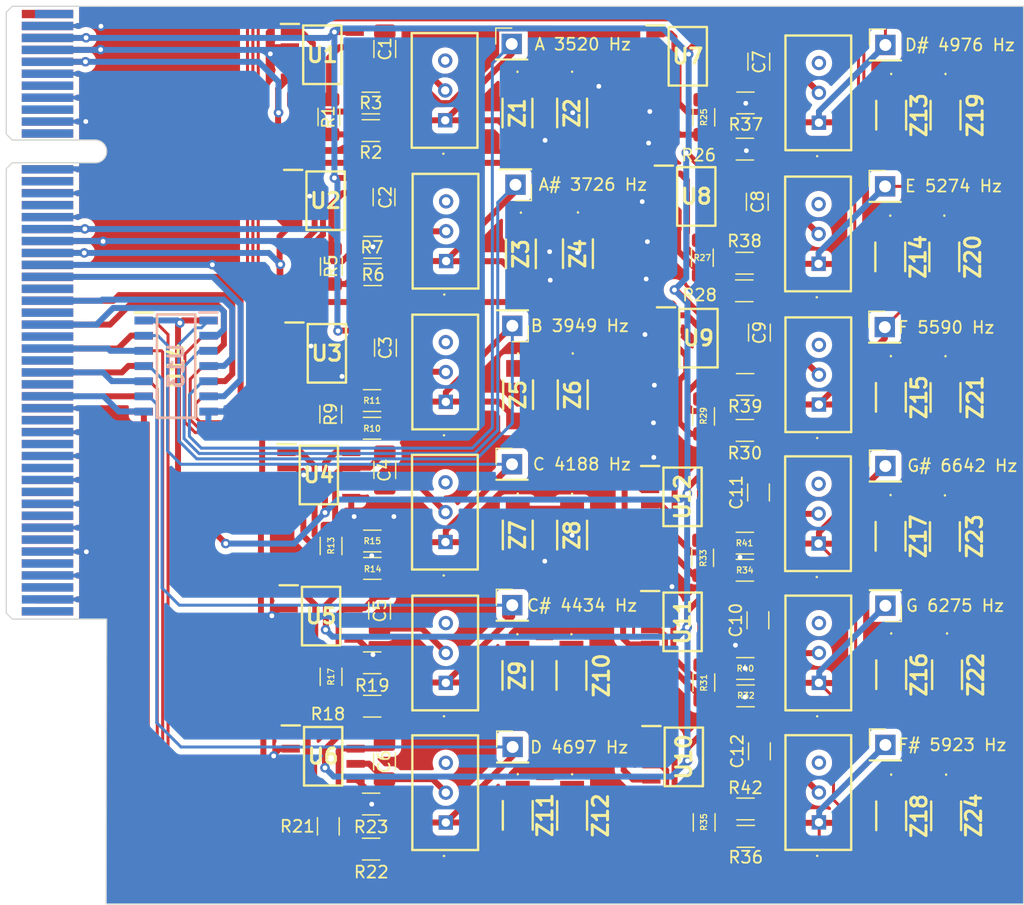
<source format=kicad_pcb>
(kicad_pcb (version 20221018) (generator pcbnew)
  (layers (0 "F.Cu" signal) (31 "B.Cu" signal) (34 "B.Paste" user) (35 "F.Paste" user) (36 "B.SilkS" user "B.Silkscreen") (37 "F.SilkS" user "F.Silkscreen") (38 "B.Mask" user) (39 "F.Mask" user) (44 "Edge.Cuts" user))
  (net 0 "")
  (net 10 "TONE 1")
  (net 11 "TONE 2")
  (net 12 "TONE 3")
  (net 13 "TONE 4")
  (net 14 "TONE 5")
  (net 15 "TONE 6")
  (net 16 "TONE 7")
  (net 17 "TONE 8")
  (net 18 "TONE 9")
  (net 19 "TONE 10")
  (net 20 "TONE 11")
  (net 21 "TONE 12")
  (net 57 "GND")
  (net 58 "-15V")
  (net 59 "+15V")
  (net 60 "A (3520 Hz)")
  (net 61 "A# (3726 Hz)")
  (net 62 "B (3949 Hz)")
  (net 63 "D (4697 Hz)")
  (net 64 "C# (4434 Hz)")
  (net 65 "C (4188 Hz)")
  (net 66 "D# (4976 Hz)")
  (net 67 "E (5274 Hz)")
  (net 68 "F (5590 Hz)")
  (net 69 "G# (6642 Hz)")
  (net 70 "G (6275 Hz)")
  (net 71 "F# (5923 Hz)")
  (net 77 "Net-(Z1-K)")
  (net 78 "Net-(Z3-K)")
  (net 79 "Net-(Z5-K)")
  (net 80 "Net-(Z7-K)")
  (net 81 "Net-(Z10-K)")
  (net 82 "Net-(Z11-K)")
  (net 83 "Net-(Z13-K)")
  (net 84 "Net-(Z14-K)")
  (net 85 "Net-(Z15-K)")
  (net 86 "Net-(Z16-K)")
  (net 87 "Net-(Z17-K)")
  (net 88 "Net-(Z18-K)")
  (net 89 "Net-(U1B--)")
  (net 90 "Net-(C1-Pad2)")
  (net 91 "Net-(U2B--)")
  (net 92 "Net-(C2-Pad2)")
  (net 93 "Net-(U3B--)")
  (net 94 "Net-(C3-Pad2)")
  (net 95 "Net-(U4B--)")
  (net 96 "Net-(C4-Pad2)")
  (net 97 "Net-(U5B--)")
  (net 98 "Net-(C5-Pad2)")
  (net 99 "Net-(U6B--)")
  (net 100 "Net-(C6-Pad2)")
  (net 101 "Net-(U7B--)")
  (net 102 "Net-(C7-Pad2)")
  (net 103 "Net-(U8B--)")
  (net 104 "Net-(C8-Pad2)")
  (net 105 "Net-(U9B--)")
  (net 106 "Net-(C9-Pad2)")
  (net 107 "Net-(U11B--)")
  (net 108 "Net-(C10-Pad2)")
  (net 109 "Net-(U12B--)")
  (net 110 "Net-(C11-Pad2)")
  (net 111 "Net-(U10B--)")
  (net 112 "Net-(C12-Pad2)")
  (net 113 "Net-(U1A-+)")
  (net 114 "Net-(R3-Pad1)")
  (net 115 "Net-(U2A-+)")
  (net 116 "Net-(R7-Pad1)")
  (net 117 "Net-(U3A-+)")
  (net 118 "Net-(R11-Pad1)")
  (net 119 "Net-(U4A-+)")
  (net 120 "Net-(R15-Pad1)")
  (net 121 "Net-(U5A-+)")
  (net 122 "Net-(R19-Pad1)")
  (net 123 "Net-(U6A-+)")
  (net 124 "Net-(R23-Pad1)")
  (net 125 "Net-(U7A-+)")
  (net 126 "Net-(U8A-+)")
  (net 127 "Net-(U9A-+)")
  (net 128 "Net-(U11A-+)")
  (net 129 "Net-(U12A-+)")
  (net 130 "Net-(U10A-+)")
  (net 131 "Net-(R37-Pad1)")
  (net 132 "Net-(R38-Pad1)")
  (net 133 "Net-(R39-Pad1)")
  (net 134 "Net-(R40-Pad1)")
  (net 135 "Net-(R41-Pad1)")
  (net 136 "Net-(R42-Pad1)")
  (footprint "SamacSys_Parts:CT9EW104" (layer "F.Cu") (at 134.62 86.7156)
    (fp_text reference "R12" hide)
    (fp_text value "CT-9EW104" hide)
  )
  (footprint "Resistor_SMD:R_1206_3216Metric" (layer "F.Cu") (at 159.6644 85.2618)
    (fp_text reference "R39")
    (fp_text value "27k")
  )
  (footprint "SamacSys_Parts:CT9EW104" (layer "F.Cu") (at 134.5946 98.4504)
    (fp_text reference "R16" hide)
    (fp_text value "CT-9EW104" hide)
  )
  (footprint "SamacSys_Parts:PDZVTFTR47B" (layer "F.Cu") (at 171.8818 121.367)
    (fp_text reference "Z18")
    (fp_text value "PDZVTFTR4.7B" hide)
  )
  (footprint "SamacSys_Parts:SOIC127P600X175-8N" (layer "F.Cu") (at 155.575 69.5198)
    (fp_text reference "U8")
    (fp_text value "LM358" hide)
  )
  (footprint "SamacSys_Parts:SOIC127P600X175-8N" (layer "F.Cu") (at 124.288 57.658)
    (fp_text reference "U1")
    (fp_text value "LM358" hide)
  )
  (footprint "Resistor_SMD:R_1206_3216Metric" (layer "F.Cu") (at 128.3462 61.6986)
    (fp_text reference "R3")
    (fp_text value "27k")
  )
  (footprint "Capacitor_SMD:C_1206_3216Metric" (layer "F.Cu") (at 160.7331 104.9976 90)
    (fp_text reference "C10")
    (fp_text value "2.2nF")
  )
  (footprint "SamacSys_Parts:PDZVTFTR47B" (layer "F.Cu") (at 145.1317 109.6176)
    (fp_text reference "Z10")
    (fp_text value "PDZVTFTR4.7B" hide)
  )
  (footprint "Connector_PinHeader_2.54mm:PinHeader_1x01_P2.54mm_Vertical" (layer "F.Cu") (at 171.3738 68.6756)
    (fp_text reference "J5" hide)
    (fp_text value "E 5274 Hz")
  )
  (footprint "Connector_PinHeader_2.54mm:PinHeader_1x01_P2.54mm_Vertical" (layer "F.Cu") (at 140.208 115.6072)
    (fp_text reference "J12" hide)
    (fp_text value "D 4697 Hz")
  )
  (footprint "Resistor_SMD:R_1206_3216Metric" (layer "F.Cu") (at 124.7902 122.2502 -90)
    (fp_text reference "R21")
    (fp_text value "100k")
  )
  (footprint "SamacSys_Parts:PDZVTFTR47B" (layer "F.Cu") (at 171.8837 109.554)
    (fp_text reference "Z16")
    (fp_text value "PDZVTFTR4.7B" hide)
  )
  (footprint "SamacSys_Parts:PDZVTFTR47B" (layer "F.Cu") (at 176.4284 86.3442)
    (fp_text reference "Z21")
    (fp_text value "PDZVTFTR4.7B" hide)
  )
  (footprint "Connector_PinHeader_2.54mm:PinHeader_1x01_P2.54mm_Vertical" (layer "F.Cu") (at 171.3992 92.0868)
    (fp_text reference "J11" hide)
    (fp_text value "G# 6642 Hz")
  )
  (footprint "SamacSys_Parts:PDZVTFTR47B" (layer "F.Cu") (at 176.4792 121.367)
    (fp_text reference "Z24")
    (fp_text value "PDZVTFTR4.7B" hide)
  )
  (footprint "Resistor_SMD:R_1206_3216Metric" (layer "F.Cu") (at 128.4625 108.5596)
    (fp_text reference "R19")
    (fp_text value "27k")
  )
  (footprint "Connector_PinHeader_2.54mm:PinHeader_1x01_P2.54mm_Vertical" (layer "F.Cu") (at 140.1787 103.7346)
    (fp_text reference "J10" hide)
    (fp_text value "C# 4434 Hz")
  )
  (footprint "Resistor_SMD:R_1206_3216Metric" (layer "F.Cu") (at 128.4986 76.073)
    (fp_text reference "R6")
    (fp_text value "100k")
  )
  (footprint "SamacSys_Parts:CT9EW104" (layer "F.Cu") (at 165.8366 63.3476)
    (fp_text reference "R43" hide)
    (fp_text value "CT-9EW104" hide)
  )
  (footprint "SamacSys_Parts:CT9EW104" (layer "F.Cu") (at 134.6454 74.93)
    (fp_text reference "R8" hide)
    (fp_text value "CT-9EW104" hide)
  )
  (footprint "SamacSys_Parts:PDZVTFTR47B" (layer "F.Cu") (at 145.6749 74.3068)
    (fp_text reference "Z4")
    (fp_text value "PDZVTFTR4.7B" hide)
  )
  (footprint "SamacSys_Parts:SOIC127P600X175-8N" (layer "F.Cu") (at 154.8638 57.785)
    (fp_text reference "U7")
    (fp_text value "LM358" hide)
  )
  (footprint "SamacSys_Parts:PDZVTFTR47B" (layer "F.Cu") (at 140.6398 97.8564)
    (fp_text reference "Z7")
    (fp_text value "PDZVTFTR4.7B" hide)
  )
  (footprint "Resistor_SMD:R_1206_3216Metric" (layer "F.Cu") (at 156.083 74.6506 -90)
    (fp_text reference "R27")
    (fp_text value "100k")
  )
  (footprint "Capacitor_SMD:C_1206_3216Metric" (layer "F.Cu") (at 129.5146 57.1756 90)
    (fp_text reference "C1")
    (fp_text value "2.2nF")
  )
  (footprint "Resistor_SMD:R_1206_3216Metric" (layer "F.Cu") (at 128.4732 100.6602)
    (fp_text reference "R14")
    (fp_text value "100k")
  )
  (footprint "Resistor_SMD:R_1206_3216Metric" (layer "F.Cu") (at 159.6898 120.7926)
    (fp_text reference "R42")
    (fp_text value "27k")
  )
  (footprint "Capacitor_SMD:C_1206_3216Metric" (layer "F.Cu") (at 129.0789 104.1918 90)
    (fp_text reference "C5")
    (fp_text value "2.2nF")
  )
  (footprint "SamacSys_Parts:PDZVTFTR47B" (layer "F.Cu") (at 145.1864 62.531)
    (fp_text reference "Z2")
    (fp_text value "PDZVTFTR4.7B" hide)
  )
  (footprint "SamacSys_Parts:CT9EW104" (layer "F.Cu") (at 165.8112 75.1586)
    (fp_text reference "R44" hide)
    (fp_text value "CT-9EW104" hide)
  )
  (footprint "Connector_PinHeader_2.54mm:PinHeader_1x01_P2.54mm_Vertical" (layer "F.Cu") (at 171.3992 115.4332)
    (fp_text reference "J13" hide)
    (fp_text value "F# 5923 Hz")
  )
  (footprint "Resistor_SMD:R_1206_3216Metric" (layer "F.Cu") (at 159.7152 123.0884)
    (fp_text reference "R36")
    (fp_text value "100k")
  )
  (footprint "SamacSys_Parts:PDZVTFTR47B" (layer "F.Cu") (at 145.2398 86.1143)
    (fp_text reference "Z6")
    (fp_text value "PDZVTFTR4.7B" hide)
  )
  (footprint "Resistor_SMD:R_1206_3216Metric" (layer "F.Cu") (at 125.0188 98.7806 -90)
    (fp_text reference "R13")
    (fp_text value "100k")
  )
  (footprint "Connector_PinHeader_2.54mm:PinHeader_1x01_P2.54mm_Vertical" (layer "F.Cu") (at 171.4011 103.7784 180)
    (fp_text reference "J9" hide)
    (fp_text value "G 6275 Hz")
  )
  (footprint "SamacSys_Parts:PDZVTFTR47B" (layer "F.Cu") (at 145.1864 97.8662)
    (fp_text reference "Z8")
    (fp_text value "PDZVTFTR4.7B" hide)
  )
  (footprint "Connector_PinHeader_2.54mm:PinHeader_1x01_P2.54mm_Vertical" (layer "F.Cu") (at 140.1852 80.3485 180)
    (fp_text reference "J6" hide)
    (fp_text value "B 3949 Hz")
  )
  (footprint "Capacitor_SMD:C_1206_3216Metric" (layer "F.Cu") (at 129.4892 116.8264 90)
    (fp_text reference "C6")
    (fp_text value "2.2nF")
  )
  (footprint "Resistor_SMD:R_1206_3216Metric" (layer "F.Cu") (at 159.639 89.1032)
    (fp_text reference "R30")
    (fp_text value "100k")
  )
  (footprint "Resistor_SMD:R_1206_3216Metric" (layer "F.Cu") (at 156.2354 121.92 -90)
    (fp_text reference "R35")
    (fp_text value "100k")
  )
  (footprint "SamacSys_Parts:SOIC127P600X175-8N" (layer "F.Cu") (at 124.5616 69.8754)
    (fp_text reference "U2")
    (fp_text value "LM358" hide)
  )
  (footprint "Resistor_SMD:R_1206_3216Metric" (layer "F.Cu") (at 128.4625 112.1918)
    (fp_text reference "R18")
    (fp_text value "100k")
  )
  (footprint "SamacSys_Parts:PDZVTFTR47B" (layer "F.Cu") (at 171.8818 62.7164)
    (fp_text reference "Z13")
    (fp_text value "PDZVTFTR4.7B" hide)
  )
  (footprint "SamacSys_Parts:PDZVTFTR47B" (layer "F.Cu") (at 140.8997 74.3284)
    (fp_text reference "Z3")
    (fp_text value "PDZVTFTR4.7B" hide)
  )
  (footprint "SamacSys_Parts:CT9EW104" (layer "F.Cu") (at 134.62 110.236)
    (fp_text reference "R20" hide)
    (fp_text value "CT-9EW104" hide)
  )
  (footprint "SamacSys_Parts:PDZVTFTR47B" (layer "F.Cu") (at 176.4284 62.7164)
    (fp_text reference "Z19")
    (fp_text value "PDZVTFTR4.7B" hide)
  )
  (footprint "Resistor_SMD:R_1206_3216Metric" (layer "F.Cu") (at 156.1084 99.7712 -90)
    (fp_text reference "R33")
    (fp_text value "100k")
  )
  (footprint "SamacSys_Parts:SOIC127P600X175-14N" (layer "F.Cu") (at 112.0706 83.7184)
    (fp_text reference "U14")
    (fp_text value "4069" hide)
  )
  (footprint "Connector_PinHeader_2.54mm:PinHeader_1x01_P2.54mm_Vertical" (layer "F.Cu") (at 140.44985 68.541 180)
    (fp_text reference "J4" hide)
    (fp_text value "A# 3726 Hz")
  )
  (footprint "Resistor_SMD:R_1206_3216Metric" (layer "F.Cu") (at 156.21 62.8904 -90)
    (fp_text reference "R25")
    (fp_text value "100k")
  )
  (footprint "SamacSys_Parts:CT9EW104" (layer "F.Cu") (at 165.8366 121.92)
    (fp_text reference "R48" hide)
    (fp_text value "CT-9EW104" hide)
  )
  (footprint "Resistor_SMD:R_1206_3216Metric" (layer "F.Cu") (at 128.3716 120.3824)
    (fp_text reference "R23")
    (fp_text value "27k")
  )
  (footprint "Connector_PinHeader_2.54mm:PinHeader_1x01_P2.54mm_Vertical" (layer "F.Cu") (at 171.3484 80.4612)
    (fp_text reference "J7" hide)
    (fp_text value "F 5590 Hz")
  )
  (footprint "Resistor_SMD:R_1206_3216Metric" (layer "F.Cu") (at 125.0442 75.3872 -90)
    (fp_text reference "R5")
    (fp_text value "100k")
  )
  (footprint "SamacSys_Parts:PDZVTFTR47B" (layer "F.Cu") (at 171.8564 86.3384)
    (fp_text reference "Z15")
    (fp_text value "PDZVTFTR4.7B" hide)
  )
  (footprint "Resistor_SMD:R_1206_3216Metric" (layer "F.Cu") (at 159.6136 75.1078)
    (fp_text reference "R38")
    (fp_text value "27k")
  )
  (footprint "Connector_PinHeader_2.54mm:PinHeader_1x01_P2.54mm_Vertical" (layer "F.Cu") (at 171.3992 56.8392)
    (fp_text reference "J3" hide)
    (fp_text value "D# 4976 Hz")
  )
  (footprint "Capacitor_SMD:C_1206_3216Metric" (layer "F.Cu") (at 160.782 94.3004 90)
    (fp_text reference "C11")
    (fp_text value "2.2nF")
  )
  (footprint "Capacitor_SMD:C_1206_3216Metric" (layer "F.Cu") (at 160.8074 58.2362 90)
    (fp_text reference "C7")
    (fp_text value "2.2nF")
  )
  (footprint "SamacSys_Parts:PDZVTFTR47B" (layer "F.Cu") (at 171.831 97.9678)
    (fp_text reference "Z17")
    (fp_text value "PDZVTFTR4.7B" hide)
  )
  (footprint "Resistor_SMD:R_1206_3216Metric" (layer "F.Cu") (at 128.3462 64.008)
    (fp_text reference "R2")
    (fp_text value "100k")
  )
  (footprint "SamacSys_Parts:CT9EW104" (layer "F.Cu") (at 165.8112 98.5774)
    (fp_text reference "R47" hide)
    (fp_text value "CT-9EW104" hide)
  )
  (footprint "Resistor_SMD:R_1206_3216Metric" (layer "F.Cu") (at 159.6898 61.6906)
    (fp_text reference "R37")
    (fp_text value "27k")
  )
  (footprint "SamacSys_Parts:SOIC127P600X175-8N" (layer "F.Cu") (at 154.432 105.1306)
    (fp_text reference "U11")
    (fp_text value "LM358" hide)
  )
  (footprint "SamacSys_Parts:PDZVTFTR47B" (layer "F.Cu") (at 140.6678 86.1143)
    (fp_text reference "Z5")
    (fp_text value "PDZVTFTR4.7B" hide)
  )
  (footprint "Capacitor_SMD:C_1206_3216Metric" (layer "F.Cu") (at 160.6804 69.971 90)
    (fp_text reference "C8")
    (fp_text value "2.2nF")
  )
  (footprint "Resistor_SMD:R_1206_3216Metric" (layer "F.Cu") (at 159.639 98.5422)
    (fp_text reference "R41")
    (fp_text value "27k")
  )
  (footprint "Resistor_SMD:R_1206_3216Metric" (layer "F.Cu") (at 159.5882 77.4192)
    (fp_text reference "R28")
    (fp_text value "100k")
  )
  (footprint "Resistor_SMD:R_1206_3216Metric" (layer "F.Cu") (at 124.841 62.865 -90)
    (fp_text reference "R1")
    (fp_text value "100k")
  )
  (footprint "Capacitor_SMD:C_1206_3216Metric" (layer "F.Cu") (at 129.45165 69.5824 90)
    (fp_text reference "C2")
    (fp_text value "2.2nF")
  )
  (footprint "SamacSys_Parts:PDZVTFTR47B" (layer "F.Cu") (at 145.1864 121.3378)
    (fp_text reference "Z12")
    (fp_text value "PDZVTFTR4.7B" hide)
  )
  (footprint "Connector_PinHeader_2.54mm:PinHeader_1x01_P2.54mm_Vertical" (layer "F.Cu") (at 140.1318 56.7554)
    (fp_text reference "J2" hide)
    (fp_text value "A 3520 Hz")
  )
  (footprint "Resistor_SMD:R_1206_3216Metric" (layer "F.Cu") (at 156.21 110.2106 -90)
    (fp_text reference "R31")
    (fp_text value "100k")
  )
  (footprint "SamacSys_Parts:CT9EW104" (layer "F.Cu") (at 134.5692 63.1444)
    (fp_text reference "R4" hide)
    (fp_text value "CT-9EW104" hide)
  )
  (footprint "Resistor_SMD:R_1206_3216Metric" (layer "F.Cu") (at 156.1846 87.9348 -90)
    (fp_text reference "R29")
    (fp_text value "100k")
  )
  (footprint "SamacSys_Parts:CT9EW104" (layer "F.Cu") (at 165.8366 86.9442)
    (fp_text reference "R45" hide)
    (fp_text value "CT-9EW104" hide)
  )
  (footprint "SamacSys_Parts:CT9EW104" (layer "F.Cu") (at 165.8366 110.236)
    (fp_text reference "R46" hide)
    (fp_text value "CT-9EW104" hide)
  )
  (footprint "Capacitor_SMD:C_1206_3216Metric" (layer "F.Cu") (at 129.5688 82.1881 90)
    (fp_text reference "C3")
    (fp_text value "2.2nF")
  )
  (footprint "SamacSys_Parts:PDZVTFTR47B" (layer "F.Cu") (at 140.6105 109.6176)
    (fp_text reference "Z9")
    (fp_text value "PDZVTFTR4.7B" hide)
  )
  (footprint "Resistor_SMD:R_1206_3216Metric" (layer "F.Cu") (at 128.3716 124.1552)
    (fp_text reference "R22")
    (fp_text value "100k")
  )
  (footprint "Resistor_SMD:R_1206_3216Metric" (layer "F.Cu") (at 159.677 109.0362)
    (fp_text reference "R40")
    (fp_text value "27k")
  )
  (footprint "SamacSys_Parts:CT9EW104" (layer "F.Cu") (at 134.6192 121.9308)
    (fp_text reference "R24" hide)
    (fp_text value "CT-9EW104" hide)
  )
  (footprint "Resistor_SMD:R_1206_3216Metric" (layer "F.Cu") (at 128.4478 88.9254)
    (fp_text reference "R10")
    (fp_text value "100k")
  )
  (footprint "SamacSys_Parts:SOIC127P600X175-8N" (layer "F.Cu") (at 155.7586 81.3816)
    (fp_text reference "U9")
    (fp_text value "LM358" hide)
  )
  (footprint "Resistor_SMD:R_1206_3216Metric" (layer "F.Cu") (at 128.48645 73.7734)
    (fp_text reference "R7")
    (fp_text value "27k")
  )
  (footprint "Connector_PinHeader_2.54mm:PinHeader_1x01_P2.54mm_Vertical" (layer "F.Cu") (at 140.1572 91.9382)
    (fp_text reference "J8" hide)
    (fp_text value "C 4188 Hz")
  )
  (footprint "SamacSys_Parts:PDZVTFTR47B" (layer "F.Cu") (at 176.3268 74.5782)
    (fp_text reference "Z20")
    (fp_text value "PDZVTFTR4.7B" hide)
  )
  (footprint "Resistor_SMD:R_1206_3216Metric" (layer "F.Cu") (at 159.639 65.5574)
    (fp_text reference "R26")
    (fp_text value "100k")
  )
  (footprint "Resistor_SMD:R_1206_3216Metric" (layer "F.Cu") (at 125.0188 109.728 -90)
    (fp_text reference "R17")
    (fp_text value "100k")
  )
  (footprint "Capacitor_SMD:C_1206_3216Metric" (layer "F.Cu") (at 160.8582 115.9666 90)
    (fp_text reference "C12")
    (fp_text value "2.2nF")
  )
  (footprint "Capacitor_SMD:C_1206_3216Metric" (layer "F.Cu") (at 160.8582 80.9202 90)
    (fp_text reference "C9")
    (fp_text value "2.2nF")
  )
  (footprint "SamacSys_Parts:PDZVTFTR47B" (layer "F.Cu") (at 176.5573 109.554)
    (fp_text reference "Z22")
    (fp_text value "PDZVTFTR4.7B" hide)
  )
  (footprint "Capacitor_SMD:C_1206_3216Metric" (layer "F.Cu") (at 129.5146 92.4208 90)
    (fp_text reference "C4")
    (fp_text value "2.2nF")
  )
  (footprint "SamacSys_Parts:PDZVTFTR47B" (layer "F.Cu") (at 171.8056 74.5782)
    (fp_text reference "Z14")
    (fp_text value "PDZVTFTR4.7B" hide)
  )
  (footprint "Resistor_SMD:R_1206_3216Metric" (layer "F.Cu") (at 128.4512 86.6077)
    (fp_text reference "R11")
    (fp_text value "27k")
  )
  (footprint "SamacSys_Parts:PDZVTFTR47B" (layer "F.Cu") (at 140.6398 121.332)
    (fp_text reference "Z11")
    (fp_text value "PDZVTFTR4.7B" hide)
  )
  (footprint "Connector_PCBEdge:BUS_PCIexpress_x8" (layer "F.Cu") (at 101.2952 54.2494 -90)
    (fp_text reference "J1" hide)
    (fp_text value "Edge Connector")
    (fp_line (start -0.65 -4.95) (end -0.65 2.95) (stroke (width 0.1)) (layer "Edge.Cuts"))
    (fp_line (start -0.65 2.95) (end -0.15 3.45) (stroke (width 0.1)) (layer "Edge.Cuts"))
    (fp_line (start -0.15 3.45) (end 10.05 3.45) (stroke (width 0.1)) (layer "Edge.Cuts"))
    (fp_line (start 10.55 -4) (end 10.55 2.95) (stroke (width 0.1)) (layer "Edge.Cuts"))
    (fp_line (start 10.55 2.95) (end 10.05 3.45) (stroke (width 0.1)) (layer "Edge.Cuts"))
    (fp_line (start 12.45 -4) (end 12.45 2.95) (stroke (width 0.1)) (layer "Edge.Cuts"))
    (fp_line (start 12.45 2.95) (end 12.95 3.45) (stroke (width 0.1)) (layer "Edge.Cuts"))
    (fp_line (start 12.95 3.45) (end 50.15 3.45) (stroke (width 0.1)) (layer "Edge.Cuts"))
    (fp_line (start 50.65 -4.95) (end 50.65 2.95) (stroke (width 0.1)) (layer "Edge.Cuts"))
    (fp_line (start 50.65 2.95) (end 50.15 3.45) (stroke (width 0.1)) (layer "Edge.Cuts"))
    (fp_arc (start 10.55 -4) (mid 11.5 -4.95) (end 12.45 -4) (stroke (width 0.1)) (layer "Edge.Cuts"))
  )
  (footprint "SamacSys_Parts:SOIC127P600X175-8N" (layer "F.Cu") (at 124.669 82.6516)
    (fp_text reference "U3")
    (fp_text value "LM358" hide)
  )
  (footprint "Resistor_SMD:R_1206_3216Metric" (layer "F.Cu") (at 159.639 100.8126)
    (fp_text reference "R34")
    (fp_text value "100k")
  )
  (footprint "Resistor_SMD:R_1206_3216Metric" (layer "F.Cu") (at 124.9934 87.757 -90)
    (fp_text reference "R9")
    (fp_text value "100k")
  )
  (footprint "SamacSys_Parts:SOIC127P600X175-8N" (layer "F.Cu") (at 154.4262 94.6658)
    (fp_text reference "U12")
    (fp_text value "LM358" hide)
  )
  (footprint "SamacSys_Parts:SOIC127P600X175-8N" (layer "F.Cu") (at 124.1864 104.648)
    (fp_text reference "U5")
    (fp_text value "LM358" hide)
  )
  (footprint "SamacSys_Parts:SOIC127P600X175-8N" (layer "F.Cu") (at 123.997 92.837)
    (fp_text reference "U4")
    (fp_text value "LM358" hide)
  )
  (footprint "SamacSys_Parts:PDZVTFTR47B" (layer "F.Cu") (at 176.3776 97.9932)
    (fp_text reference "Z23")
    (fp_text value "PDZVTFTR4.7B" hide)
  )
  (footprint "SamacSys_Parts:SOIC127P600X175-8N" (layer "F.Cu") (at 124.3584 116.3828)
    (fp_text reference "U6")
    (fp_text value "LM358" hide)
  )
  (footprint "Resistor_SMD:R_1206_3216Metric" (layer "F.Cu") (at 128.4732 98.3644)
    (fp_text reference "R15")
    (fp_text value "27k")
  )
  (footprint "SamacSys_Parts:SOIC127P600X175-8N" (layer "F.Cu") (at 154.5336 116.4336)
    (fp_text reference "U10")
    (fp_text value "LM358" hide)
  )
  (footprint "SamacSys_Parts:PDZVTFTR47B" (layer "F.Cu") (at 140.6144 62.5368)
    (fp_text reference "Z1")
    (fp_text value "PDZVTFTR4.7B" hide)
  )
  (footprint "Resistor_SMD:R_1206_3216Metric" (layer "F.Cu") (at 159.7005 111.3282)
    (fp_text reference "R32")
    (fp_text value "100k")
  )
  (footprint "SamacSys_Parts:SOIC127P600X175-14N" (layer "B.Cu") (at 112.0452 83.7184 180)
    (fp_text reference "U13")
    (fp_text value "4069" hide)
  )
  (gr_line (start 106.2452 53.5994) (end 182.9562 53.5994) (stroke (width 0.1)) (layer "Edge.Cuts"))
  (gr_line (start 182.9562 53.5994) (end 182.9562 128.75) (stroke (width 0.1)) (layer "Edge.Cuts"))
  (gr_line (start 106.1944 128.75) (end 182.9562 128.75) (stroke (width 0.1)) (layer "Edge.Cuts"))
  (gr_line (start 106.2452 104.8994) (end 106.1944 128.75) (stroke (width 0.1)) (layer "Edge.Cuts"))
  (segment (start 114.7826 86.2486) (end 116.0576 86.2486) (width 0.5) (layer "B.Cu") (net 10))
  (segment (start 116.0576 86.2486) (end 117.4526 84.8536) (width 0.5) (layer "B.Cu") (net 10))
  (segment (start 117.4526 78.5808) (end 115.1212 76.2494) (width 0.5) (layer "B.Cu") (net 10))
  (segment (start 115.1212 76.2494) (end 101.2952 76.2494) (width 0.5) (layer "B.Cu") (net 10))
  (segment (start 117.4526 84.8536) (end 117.4526 78.5808) (width 0.5) (layer "B.Cu") (net 10))
  (segment (start 114.7826 83.7086) (end 116.0576 83.7086) (width 0.5) (layer "B.Cu") (net 11))
  (segment (start 105.7892 78.2494) (end 101.2952 78.2494) (width 0.5) (layer "B.Cu") (net 11))
  (segment (start 116.7526 83.0136) (end 116.7526 78.87865) (width 0.5) (layer "B.Cu") (net 11))
  (segment (start 116.031149 78.1572) (end 105.8814 78.1572) (width 0.5) (layer "B.Cu") (net 11))
  (segment (start 116.0576 83.7086) (end 116.7526 83.0136) (width 0.5) (layer "B.Cu") (net 11))
  (segment (start 116.7526 78.87865) (end 116.031149 78.1572) (width 0.5) (layer "B.Cu") (net 11))
  (segment (start 105.8814 78.1572) (end 105.7892 78.2494) (width 0.5) (layer "B.Cu") (net 11))
  (segment (start 116.0526 79.1686) (end 115.7412 78.8572) (width 0.5) (layer "B.Cu") (net 12))
  (segment (start 105.4402 80.2494) (end 101.2952 80.2494) (width 0.5) (layer "B.Cu") (net 12))
  (segment (start 114.7826 81.1686) (end 115.5126 81.1686) (width 0.5) (layer "B.Cu") (net 12))
  (segment (start 105.4608 80.2288) (end 105.4402 80.2494) (width 0.5) (layer "B.Cu") (net 12))
  (segment (start 115.5126 81.1686) (end 116.0526 80.6286) (width 0.5) (layer "B.Cu") (net 12))
  (segment (start 116.0526 80.6286) (end 116.0526 79.1686) (width 0.5) (layer "B.Cu") (net 12))
  (segment (start 105.4608 80.178) (end 105.4608 80.2288) (width 0.5) (layer "B.Cu") (net 12))
  (segment (start 106.7816 78.8572) (end 105.4608 80.178) (width 0.5) (layer "B.Cu") (net 12))
  (segment (start 115.7412 78.8572) (end 106.7816 78.8572) (width 0.5) (layer "B.Cu") (net 12))
  (segment (start 106.553 82.4386) (end 106.3638 82.2494) (width 0.5) (layer "B.Cu") (net 13))
  (segment (start 106.3638 82.2494) (end 101.2952 82.2494) (width 0.5) (layer "B.Cu") (net 13))
  (segment (start 109.3326 82.4386) (end 106.553 82.4386) (width 0.5) (layer "B.Cu") (net 13))
  (segment (start 109.3326 84.9786) (end 106.68 84.9786) (width 0.5) (layer "B.Cu") (net 14))
  (segment (start 105.936 84.2494) (end 101.2952 84.2494) (width 0.5) (layer "B.Cu") (net 14))
  (segment (start 106.68 84.9786) (end 105.9434 84.242) (width 0.5) (layer "B.Cu") (net 14))
  (segment (start 105.9434 84.242) (end 105.936 84.2494) (width 0.5) (layer "B.Cu") (net 14))
  (segment (start 107.2642 87.5186) (end 105.995 86.2494) (width 0.5) (layer "B.Cu") (net 15))
  (segment (start 109.3326 87.5186) (end 107.2642 87.5186) (width 0.5) (layer "B.Cu") (net 15))
  (segment (start 105.995 86.2494) (end 101.2952 86.2494) (width 0.5) (layer "B.Cu") (net 15))
  (segment (start 117.4526 77.947101) (end 115.754899 76.2494) (width 0.5) (layer "F.Cu") (net 16))
  (segment (start 116.0648 87.5186) (end 117.4526 86.1308) (width 0.5) (layer "F.Cu") (net 16))
  (segment (start 114.7898 87.5186) (end 116.0648 87.5186) (width 0.5) (layer "F.Cu") (net 16))
  (segment (start 117.4526 86.1308) (end 117.4526 77.947101) (width 0.5) (layer "F.Cu") (net 16))
  (segment (start 115.754899 76.2494) (end 101.2952 76.2494) (width 0.5) (layer "F.Cu") (net 16))
  (segment (start 116.1542 84.9786) (end 116.7526 84.3802) (width 0.5) (layer "F.Cu") (net 17))
  (segment (start 107.2784 77.7762) (end 106.8052 78.2494) (width 0.5) (layer "F.Cu") (net 17))
  (segment (start 116.7526 78.237051) (end 116.291749 77.7762) (width 0.5) (layer "F.Cu") (net 17))
  (segment (start 116.291749 77.7762) (end 107.2784 77.7762) (width 0.5) (layer "F.Cu") (net 17))
  (segment (start 116.7526 84.3802) (end 116.7526 78.237051) (width 0.5) (layer "F.Cu") (net 17))
  (segment (start 106.8052 78.2494) (end 101.2952 78.2494) (width 0.5) (layer "F.Cu") (net 17))
  (segment (start 114.7898 84.9786) (end 116.1542 84.9786) (width 0.5) (layer "F.Cu") (net 17))
  (segment (start 116.0526 81.9058) (end 116.0526 79.1614) (width 0.5) (layer "F.Cu") (net 18))
  (segment (start 114.7898 82.4386) (end 115.5198 82.4386) (width 0.5) (layer "F.Cu") (net 18))
  (segment (start 108.296 78.4762) (end 106.5228 80.2494) (width 0.5) (layer "F.Cu") (net 18))
  (segment (start 115.5198 82.4386) (end 116.0526 81.9058) (width 0.5) (layer "F.Cu") (net 18))
  (segment (start 115.3674 78.4762) (end 108.296 78.4762) (width 0.5) (layer "F.Cu") (net 18))
  (segment (start 106.5228 80.2494) (end 101.2952 80.2494) (width 0.5) (layer "F.Cu") (net 18))
  (segment (start 116.0526 79.1614) (end 115.3674 78.4762) (width 0.5) (layer "F.Cu") (net 18))
  (segment (start 108.29 81.1686) (end 107.2092 82.2494) (width 0.5) (layer "F.Cu") (net 19))
  (segment (start 107.2092 82.2494) (end 101.2952 82.2494) (width 0.5) (layer "F.Cu") (net 19))
  (segment (start 109.3398 81.1686) (end 108.29 81.1686) (width 0.5) (layer "F.Cu") (net 19))
  (segment (start 108.0648 83.7086) (end 107.524 84.2494) (width 0.5) (layer "F.Cu") (net 20))
  (segment (start 107.524 84.2494) (end 101.2952 84.2494) (width 0.5) (layer "F.Cu") (net 20))
  (segment (start 109.3398 83.7086) (end 108.0648 83.7086) (width 0.5) (layer "F.Cu") (net 20))
  (segment (start 109.3398 86.2486) (end 101.296 86.2486) (width 0.5) (layer "F.Cu") (net 21))
  (segment (start 101.296 86.2486) (end 101.2952 86.2494) (width 0.5) (layer "F.Cu") (net 21))
  (segment (start 158.148149 59.684) (end 159.7152 61.251051) (width 0.5) (layer "F.Cu") (net 57))
  (segment (start 150.4442 103.9548) (end 150.4442 102.4844) (width 0.5) (layer "F.Cu") (net 57))
  (segment (start 143.3648 55.4554) (end 147.4216 59.5122) (width 0.5) (layer "F.Cu") (net 57))
  (segment (start 127.6603 71.7804) (end 128.524 72.6441) (width 0.5) (layer "F.Cu") (net 57))
  (segment (start 147.4216 59.5122) (end 147.4216 60.2996) (width 0.5) (layer "F.Cu") (net 57))
  (segment (start 126.8633 106.5286) (end 127.2042 106.5286) (width 0.5) (layer "F.Cu") (net 57))
  (segment (start 153.5416 102.1856) (end 153.543 102.1842) (width 0.5) (layer "F.Cu") (net 57))
  (segment (start 128.524 107.8484) (end 128.524 107.8738) (width 0.5) (layer "F.Cu") (net 57))
  (segment (start 159.7152 61.251051) (end 159.7152 61.722) (width 0.5) (layer "F.Cu") (net 57))
  (segment (start 155.132851 102.1856) (end 155.193451 102.2462) (width 0.5) (layer "F.Cu") (net 57))
  (segment (start 150.979 104.4896) (end 150.4442 103.9548) (width 0.5) (layer "F.Cu") (net 57))
  (segment (start 159.6136 84.3024) (end 159.6136 87.1982) (width 0.5) (layer "F.Cu") (net 57))
  (segment (start 101.2952 57.2494) (end 105.717 57.2494) (width 0.5) (layer "F.Cu") (net 57))
  (segment (start 153.5444 102.1856) (end 155.132851 102.1856) (width 0.5) (layer "F.Cu") (net 57))
  (segment (start 159.2072 99.695) (end 159.2072 97.2289) (width 0.5) (layer "F.Cu") (net 57))
  (segment (start 157.6012 59.684) (end 158.148149 59.684) (width 0.5) (layer "F.Cu") (net 57))
  (segment (start 159.2326 101.683949) (end 159.2326 99.7204) (width 0.5) (layer "F.Cu") (net 57))
  (segment (start 120.1166 116.3574) (end 120.1674 116.3066) (width 0.5) (layer "F.Cu") (net 57))
  (segment (start 127.054 59.6756) (end 132.091 59.6756) (width 0.5) (layer "F.Cu") (net 57))
  (segment (start 138.8318 55.4554) (end 143.3648 55.4554) (width 0.5) (layer "F.Cu") (net 57))
  (segment (start 127.2228 71.7804) (end 127.6603 71.7804) (width 0.5) (layer "F.Cu") (net 57))
  (segment (start 105.9138 73.2494) (end 105.9434 73.279) (width 0.5) (layer "F.Cu") (net 57))
  (segment (start 150.5017 91.9858) (end 151.1237 91.3638) (width 0.5) (layer "F.Cu") (net 57))
  (segment (start 105.717 57.2494) (end 105.7402 57.2262) (width 0.5) (layer "F.Cu") (net 57))
  (segment (start 120.2182 116.3574) (end 120.1166 116.3574) (width 0.5) (layer "F.Cu") (net 57))
  (segment (start 135.0168 61.7062) (end 138.8318 57.8912) (width 0.5) (layer "F.Cu") (net 57))
  (segment (start 159.2326 99.7204) (end 159.2072 99.695) (width 0.5) (layer "F.Cu") (net 57))
  (segment (start 150.5017 93.5358) (end 150.5017 91.9858) (width 0.5) (layer "F.Cu") (net 57))
  (segment (start 120.0658 104.6226) (end 120.0912 104.5972) (width 0.5) (layer "F.Cu") (net 57))
  (segment (start 128.4224 120.396) (end 128.397 120.3706) (width 0.5) (layer "F.Cu") (net 57))
  (segment (start 128.524 107.8738) (end 128.5494 107.8738) (width 0.5) (layer "F.Cu") (net 57))
  (segment (start 150.743 102.1856) (end 153.5416 102.1856) (width 0.5) (layer "F.Cu") (net 57))
  (segment (start 127.1154 118.2742) (end 128.397 119.5558) (width 0.5) (layer "F.Cu") (net 57))
  (segment (start 158.5393 96.561) (end 157.2768 96.561) (width 0.5) (layer "F.Cu") (net 57))
  (segment (start 122.9868 69.2404) (end 123.2408 69.4944) (width 0.5) (layer "F.Cu") (net 57))
  (segment (start 122.0978 92.202) (end 122.7328 92.837) (width 0.5) (layer "F.Cu") (net 57))
  (segment (start 158.670349 102.2462) (end 159.2326 101.683949) (width 0.5) (layer "F.Cu") (net 57))
  (segment (start 128.5494 107.8738) (end 128.4732 107.7976) (width 0.5) (layer "F.Cu") (net 57))
  (segment (start 128.524 73.7362) (end 128.524 73.7616) (width 0.5) (layer "F.Cu") (net 57))
  (segment (start 127.2042 106.5286) (end 128.524 107.8484) (width 0.5) (layer "F.Cu") (net 57))
  (segment (start 151.1237 91.3638) (end 152.019 91.3638) (width 0.5) (layer "F.Cu") (net 57))
  (segment (start 128.397 119.5558) (end 128.4224 120.396) (width 0.5) (layer "F.Cu") (net 57))
  (segment (start 120.7398 115.7342) (end 120.2182 116.2558) (width 0.5) (layer "F.Cu") (net 57))
  (segment (start 150.4442 102.4844) (end 150.743 102.1856) (width 0.5) (layer "F.Cu") (net 57))
  (segment (start 158.5918 83.2806) (end 159.6136 84.3024) (width 0.5) (layer "F.Cu") (net 57))
  (segment (start 159.2072 97.2289) (end 158.5393 96.561) (width 0.5) (layer "F.Cu") (net 57))
  (segment (start 151.6965 104.4896) (end 150.979 104.4896) (width 0.5) (layer "F.Cu") (net 57))
  (segment (start 121.6914 115.7342) (end 120.7398 115.7342) (width 0.5) (layer "F.Cu") (net 57))
  (segment (start 101.2952 73.2494) (end 105.9138 73.2494) (width 0.5) (layer "F.Cu") (net 57))
  (segment (start 126.9434 59.565) (end 127.054 59.6756) (width 0.5) (layer "F.Cu") (net 57))
  (segment (start 120.2182 116.2558) (end 120.2182 116.3574) (width 0.5) (layer "F.Cu") (net 57))
  (segment (start 138.8318 57.8912) (end 138.8318 55.4554) (width 0.5) (layer "F.Cu") (net 57))
  (segment (start 121.4393 103.9886) (end 120.6998 103.9886) (width 0.5) (layer "F.Cu") (net 57))
  (segment (start 120.6998 103.9886) (end 120.0658 104.6226) (width 0.5) (layer "F.Cu") (net 57))
  (segment (start 150.9967 94.0308) (end 150.5017 93.5358) (width 0.5) (layer "F.Cu") (net 57))
  (segment (start 132.091 59.6756) (end 134.1216 61.7062) (width 0.5) (layer "F.Cu") (net 57))
  (segment (start 128.524 72.6441) (end 128.524 73.7362) (width 0.5) (layer "F.Cu") (net 57))
  (segment (start 151.7142 94.0308) (end 150.9967 94.0308) (width 0.5) (layer "F.Cu") (net 57))
  (segment (start 121.8496 69.2404) (end 122.9868 69.2404) (width 0.5) (layer "F.Cu") (net 57))
  (segment (start 121.285 92.202) (end 122.0978 92.202) (width 0.5) (layer "F.Cu") (net 57))
  (segment (start 153.543 102.1842) (end 153.5444 102.1856) (width 0.5) (layer "F.Cu") (net 57))
  (segment (start 155.193451 102.2462) (end 158.670349 102.2462) (width 0.5) (layer "F.Cu") (net 57))
  (segment (start 134.1216 61.7062) (end 135.0168 61.7062) (width 0.5) (layer "F.Cu") (net 57))
  (via (at 128.524 107.8738) (size 0.8) (drill 0.4) (layers "F.Cu" "B.Cu") (net 57))
  (via (at 151.6888 62.4078) (size 0.8) (drill 0.4) (layers "F.Cu" "B.Cu") (net 57))
  (via (at 151.4856 73.3044) (size 0.8) (drill 0.4) (layers "F.Cu" "B.Cu") (net 57))
  (via (at 151.5872 65.0494) (size 0.8) (drill 0.4) (layers "F.Cu" "B.Cu") (net 57))
  (via (at 159.6644 109.0168) (size 0.8) (drill 0.4) (layers "F.Cu" "B.Cu") (net 57))
  (via (at 151.9936 88.4682) (size 0.8) (drill 0.4) (layers "F.Cu" "B.Cu") (net 57))
  (via (at 104.4956 63.246) (size 0.8) (drill 0.4) (layers "F.Cu" "B.Cu") (net 57))
  (via (at 142.9258 64.8208) (size 0.8) (drill 0.4) (layers "F.Cu" "B.Cu") (net 57))
  (via (at 125.9332 84.582) (size 0.8) (drill 0.4) (layers "F.Cu" "B.Cu") (net 57))
  (via (at 122.7328 92.837) (size 0.8) (drill 0.4) (layers "F.Cu" "B.Cu") (net 57))
  (via (at 105.7656 55.2704) (size 0.8) (drill 0.4) (layers "F.Cu" "B.Cu") (net 57))
  (via (at 143.3576 76.5302) (size 0.8) (drill 0.4) (layers "F.Cu" "B.Cu") (net 57))
  (via (at 123.2408 69.4944) (size 0.8) (drill 0.4) (layers "F.Cu" "B.Cu") (net 57))
  (via (at 143.3068 74.1426) (size 0.8) (drill 0.4) (layers "F.Cu" "B.Cu") (net 57))
  (via (at 123.3424 82.042) (size 0.8) (drill 0.4) (layers "F.Cu" "B.Cu") (net 57))
  (via (at 145.1864 97.8916) (size 0.8) (drill 0.4) (layers "F.Cu" "B.Cu") (net 57))
  (via (at 128.4224 120.396) (size 0.8) (drill 0.4) (layers "F.Cu" "B.Cu") (net 57))
  (via (at 119.9388 57.5818) (size 0.8) (drill 0.4) (layers "F.Cu" "B.Cu") (net 57))
  (via (at 145.6436 74.2188) (size 0.8) (drill 0.4) (layers "F.Cu" "B.Cu") (net 57))
  (via (at 151.0538 69.9516) (size 0.8) (drill 0.4) (layers "F.Cu" "B.Cu") (net 57))
  (via (at 105.7402 57.2262) (size 0.8) (drill 0.4) (layers "F.Cu" "B.Cu") (net 57))
  (via (at 159.7152 61.722) (size 0.8) (drill 0.4) (layers "F.Cu" "B.Cu") (net 57))
  (via (at 126.9492 96.3168) (size 0.8) (drill 0.4) (layers "F.Cu" "B.Cu") (net 57))
  (via (at 151.384 76.4286) (size 0.8) (drill 0.4) (layers "F.Cu" "B.Cu") (net 57))
  (via (at 152.0698 85.3186) (size 0.8) (drill 0.4) (layers "F.Cu" "B.Cu") (net 57))
  (via (at 159.2326 99.7204) (size 0.8) (drill 0.4) (layers "F.Cu" "B.Cu") (net 57))
  (via (at 159.639 111.4298) (size 0.8) (drill 0.4) (layers "F.Cu" "B.Cu") (net 57))
  (via (at 104.5464 99.2632) (size 0.8) (drill 0.4) (layers "F.Cu" "B.Cu") (net 57))
  (via (at 158.8516 107.0864) (size 0.8) (drill 0.4) (layers "F.Cu" "B.Cu") (net 57))
  (via (at 142.9004 100.0506) (size 0.8) (drill 0.4) (layers "F.Cu" "B.Cu") (net 57))
  (via (at 151.2824 81.0768) (size 0.8) (drill 0.4) (layers "F.Cu" "B.Cu") (net 57))
  (via (at 120.0658 104.6226) (size 0.8) (drill 0.4) (layers "F.Cu" "B.Cu") (net 57))
  (via (at 159.766 65.6844) (size 0.8) (drill 0.4) (layers "F.Cu" "B.Cu") (net 57))
  (via (at 147.4216 60.2996) (size 0.8) (drill 0.4) (layers "F.Cu" "B.Cu") (net 57))
  (via (at 152.019 91.3638) (size 0.8) (drill 0.4) (layers "F.Cu" "B.Cu") (net 57))
  (via (at 130.2766 96.3168) (size 0.8) (drill 0.4) (layers "F.Cu" "B.Cu") (net 57))
  (via (at 115.0874 75.2348) (size 0.8) (drill 0.4) (layers "F.Cu" "B.Cu") (net 57))
  (via (at 120.2182 116.3574) (size 0.8) (drill 0.4) (layers "F.Cu" "B.Cu") (net 57))
  (via (at 145.2372 62.5094) (size 0.8) (drill 0.4) (layers "F.Cu" "B.Cu") (net 57))
  (via (at 153.543 102.1842) (size 0.8) (drill 0.4) (layers "F.Cu" "B.Cu") (net 57))
  (via (at 128.4224 99.5934) (size 0.8) (drill 0.4) (layers "F.Cu" "B.Cu") (net 57))
  (via (at 105.9434 73.279) (size 0.8) (drill 0.4) (layers "F.Cu" "B.Cu") (net 57))
  (via (at 128.524 73.7362) (size 0.8) (drill 0.4) (layers "F.Cu" "B.Cu") (net 57))
  (segment (start 105.9138 73.2494) (end 105.9434 73.279) (width 0.5) (layer "B.Cu") (net 57))
  (segment (start 118.1526 85.4236) (end 118.1526 78.29085) (width 0.5) (layer "B.Cu") (net 57))
  (segment (start 118.1526 78.29085) (end 115.11115 75.2494) (width 0.5) (layer "B.Cu") (net 57))
  (segment (start 116.0576 87.5186) (end 118.1526 85.4236) (width 0.5) (layer "B.Cu") (net 57))
  (segment (start 115.102 75.2494) (end 115.0874 75.2348) (width 0.5) (layer "B.Cu") (net 57))
  (segment (start 115.0728 75.2494) (end 101.2952 75.2494) (width 0.5) (layer "B.Cu") (net 57))
  (segment (start 115.11115 75.2494) (end 115.102 75.2494) (width 0.5) (layer "B.Cu") (net 57))
  (segment (start 101.2952 73.2494) (end 105.9138 73.2494) (width 0.5) (layer "B.Cu") (net 57))
  (segment (start 115.0874 75.2348) (end 115.0728 75.2494) (width 0.5) (layer "B.Cu") (net 57))
  (segment (start 105.717 57.2494) (end 105.7402 57.2262) (width 0.5) (layer "B.Cu") (net 57))
  (segment (start 101.2952 57.2494) (end 105.717 57.2494) (width 0.5) (layer "B.Cu") (net 57))
  (segment (start 114.7826 87.5186) (end 116.0576 87.5186) (width 0.5) (layer "B.Cu") (net 57))
  (segment (start 120.5863 71.2854) (end 121.0813 71.7804) (width 0.5) (layer "F.Cu") (net 58))
  (segment (start 150.282 118.3288) (end 151.847 118.3288) (width 0.5) (layer "F.Cu") (net 58))
  (segment (start 149.6568 70.5358) (end 149.86 70.739) (width 0.5) (layer "F.Cu") (net 58))
  (segment (start 120.649 106.5286) (end 119.3546 107.823) (width 0.5) (layer "F.Cu") (net 58))
  (segment (start 119.1514 105.41) (end 120.27 106.5286) (width 0.5) (layer "F.Cu") (net 58))
  (segment (start 101.2952 58.2494) (end 104.463 58.2494) (width 0.5) (layer "F.Cu") (net 58))
  (segment (start 121.9258 84.5566) (end 121.9258 85.3816) (width 0.5) (layer "F.Cu") (net 58))
  (segment (start 121.4561 66.7066) (end 145.8276 66.7066) (width 0.5) (layer "F.Cu") (net 58))
  (segment (start 151.6965 107.0296) (end 150.247 107.0296) (width 0.5) (layer "F.Cu") (net 58))
  (segment (start 120.7133 75.1457) (end 120.777 75.2094) (width 0.5) (layer "F.Cu") (net 58))
  (segment (start 120.27 106.5286) (end 121.4393 106.5286) (width 0.5) (layer "F.Cu") (net 58))
  (segment (start 120.7133 84.0616) (end 121.2083 84.5566) (width 0.5) (layer "F.Cu") (net 58))
  (segment (start 119.253 93.9546) (end 120.056 94.7576) (width 0.5) (layer "F.Cu") (net 58))
  (segment (start 150.5144 83.2806) (end 153.1678 83.2806) (width 0.5) (layer "F.Cu") (net 58))
  (segment (start 119.1514 96.8462) (end 119.1514 105.41) (width 0.5) (layer "F.Cu") (net 58))
  (segment (start 120.5863 62.5477) (end 120.5863 65.8368) (width 0.5) (layer "F.Cu") (net 58))
  (segment (start 150.5518 71.4188) (end 149.6314 72.3392) (width 0.5) (layer "F.Cu") (net 58))
  (segment (start 150.5398 71.4188) (end 152.8884 71.4188) (width 0.5) (layer "F.Cu") (net 58))
  (segment (start 149.5806 84.5312) (end 149.5806 95.8596) (width 0.5) (layer "F.Cu") (net 58))
  (segment (start 121.0813 71.7804) (end 121.7988 71.7804) (width 0.5) (layer "F.Cu") (net 58))
  (segment (start 120.6246 62.5094) (end 120.5863 62.5477) (width 0.5) (layer "F.Cu") (net 58))
  (segment (start 120.7133 72.8659) (end 120.7133 75.1457) (width 0.5) (layer "F.Cu") (net 58))
  (segment (start 119.253 88.0544) (end 119.253 93.9546) (width 0.5) (layer "F.Cu") (net 58))
  (segment (start 150.247 107.0296) (end 149.5044 107.7722) (width 0.5) (layer "F.Cu") (net 58))
  (segment (start 120.5863 60.4981) (end 120.5863 62.4711) (width 0.5) (layer "F.Cu") (net 58))
  (segment (start 121.5194 59.565) (end 120.5863 60.4981) (width 0.5) (layer "F.Cu") (net 58))
  (segment (start 150.282 96.561) (end 151.8528 96.561) (width 0.5) (layer "F.Cu") (net 58))
  (segment (start 151.8528 96.561) (end 150.2762 96.561) (width 0.5) (layer "F.Cu") (net 58))
  (segment (start 120.5863 65.8368) (end 121.4561 66.7066) (width 0.5) (layer "F.Cu") (net 58))
  (segment (start 120.777 75.2094) (end 120.7133 75.2731) (width 0.5) (layer "F.Cu") (net 58))
  (segment (start 119.3546 107.823) (end 119.3546 117.6528) (width 0.5) (layer "F.Cu") (net 58))
  (segment (start 152.1712 59.69) (end 150.8506 59.69) (width 0.5) (layer "F.Cu") (net 58))
  (segment (start 145.5928 78.359) (end 150.0124 82.7786) (width 0.5) (layer "F.Cu") (net 58))
  (segment (start 149.5044 117.5512) (end 150.282 118.3288) (width 0.5) (layer "F.Cu") (net 58))
  (segment (start 150.0124 82.7786) (end 150.5144 83.2806) (width 0.5) (layer "F.Cu") (net 58))
  (segment (start 150.8312 83.2806) (end 149.5806 84.5312) (width 0.5) (layer "F.Cu") (net 58))
  (segment (start 121.2083 84.5566) (end 121.9258 84.5566) (width 0.5) (layer "F.Cu") (net 58))
  (segment (start 119.3546 117.6528) (end 119.976 118.2742) (width 0.5) (layer "F.Cu") (net 58))
  (segment (start 101.3004 74.2442) (end 101.2952 74.2494) (width 0.5) (layer "F.Cu") (net 58))
  (segment (start 120.5863 62.4711) (end 120.6246 62.5094) (width 0.5) (layer "F.Cu") (net 58))
  (segment (start 120.777 76.327) (end 122.809 78.359) (width 0.5) (layer "F.Cu") (net 58))
  (segment (start 121.7988 71.7804) (end 120.7133 72.8659) (width 0.5) (layer "F.Cu") (net 58))
  (segment (start 104.463 58.2494) (end 104.4702 58.2422) (width 0.5) (layer "F.Cu") (net 58))
  (segment (start 149.5044 107.7722) (end 149.5044 117.5512) (width 0.5) (layer "F.Cu") (net 58))
  (segment (start 149.6568 62.484) (end 149.6568 70.5358) (width 0.5) (layer "F.Cu") (net 58))
  (segment (start 149.4536 97.3836) (end 149.4536 106.5276) (width 0.5) (layer "F.Cu") (net 58))
  (segment (start 120.7133 78.359) (end 120.7133 84.0616) (width 0.5) (layer "F.Cu") (net 58))
  (segment (start 150.2762 96.561) (end 149.4536 97.3836) (width 0.5) (layer "F.Cu") (net 58))
  (segment (start 149.6314 72.3392) (end 149.6314 75.1586) (width 0.5) (layer "F.Cu") (net 58))
  (segment (start 120.056 94.7576) (end 121.24 94.7576) (width 0.5) (layer "F.Cu") (net 58))
  (segment (start 149.6568 60.8838) (end 149.6568 62.3824) (width 0.5) (layer "F.Cu") (net 58))
  (segment (start 149.4536 106.5276) (end 149.9556 107.0296) (width 0.5) (layer "F.Cu") (net 58))
  (segment (start 122.809 78.359) (end 145.5928 78.359) (width 0.5) (layer "F.Cu") (net 58))
  (segment (start 149.6314 82.3976) (end 150.0124 82.7786) (width 0.5) (layer "F.Cu") (net 58))
  (segment (start 120.7133 75.2731) (end 120.7133 78.359) (width 0.5) (layer "F.Cu") (net 58))
  (segment (start 153.1678 83.2806) (end 150.8312 83.2806) (width 0.5) (layer "F.Cu") (net 58))
  (segment (start 152.8884 71.4188) (end 150.5518 71.4188) (width 0.5) (layer "F.Cu") (net 58))
  (segment (start 121.4393 106.5286) (end 120.649 106.5286) (width 0.5) (layer "F.Cu") (net 58))
  (segment (start 120.777 75.2094) (end 120.777 76.327) (width 0.5) (layer "F.Cu") (net 58))
  (segment (start 149.6314 75.2602) (end 149.6314 82.3976) (width 0.5) (layer "F.Cu") (net 58))
  (segment (start 149.86 70.739) (end 150.5398 71.4188) (width 0.5) (layer "F.Cu") (net 58))
  (segment (start 104.3686 74.2442) (end 101.3004 74.2442) (width 0.5) (layer "F.Cu") (net 58))
  (segment (start 145.8276 66.7066) (end 149.86 70.739) (width 0.5) (layer "F.Cu") (net 58))
  (segment (start 121.24 94.7576) (end 119.1514 96.8462) (width 0.5) (layer "F.Cu") (net 58))
  (segment (start 150.8506 59.69) (end 149.6568 60.8838) (width 0.5) (layer "F.Cu") (net 58))
  (segment (start 121.9258 85.3816) (end 119.253 88.0544) (width 0.5) (layer "F.Cu") (net 58))
  (segment (start 149.9556 107.0296) (end 151.6965 107.0296) (width 0.5) (layer "F.Cu") (net 58))
  (segment (start 149.5806 95.8596) (end 150.282 96.561) (width 0.5) (layer "F.Cu") (net 58))
  (segment (start 119.976 118.2742) (end 121.6914 118.2742) (width 0.5) (layer "F.Cu") (net 58))
  (segment (start 120.5863 65.8368) (end 120.5863 71.2854) (width 0.5) (layer "F.Cu") (net 58))
  (via (at 120.6246 62.5094) (size 0.8) (drill 0.4) (layers "F.Cu" "B.Cu") (net 58))
  (via (at 104.3686 74.2442) (size 0.8) (drill 0.4) (layers "F.Cu" "B.Cu") (net 58))
  (via (at 120.777 75.2094) (size 0.8) (drill 0.4) (layers "F.Cu" "B.Cu") (net 58))
  (via (at 104.4702 58.2422) (size 0.8) (drill 0.4) (layers "F.Cu" "B.Cu") (net 58))
  (segment (start 104.463 58.2494) (end 101.2952 58.2494) (width 0.5) (layer "B.Cu") (net 58))
  (segment (start 104.3686 74.2442) (end 104.3634 74.2494) (width 0.5) (layer "B.Cu") (net 58))
  (segment (start 104.3634 74.2494) (end 101.2952 74.2494) (width 0.5) (layer "B.Cu") (net 58))
  (segment (start 118.9554 58.2494) (end 104.4774 58.2494) (width 0.5) (layer "B.Cu") (net 58))
  (segment (start 104.3738 74.2494) (end 104.3686 74.2442) (width 0.5) (layer "B.Cu") (net 58))
  (segment (start 119.817 74.2494) (end 104.3738 74.2494) (width 0.5) (layer "B.Cu") (net 58))
  (segment (start 120.6246 59.9186) (end 118.9554 58.2494) (width 0.5) (layer "B.Cu") (net 58))
  (segment (start 120.6246 62.5094) (end 120.6246 59.9186) (width 0.5) (layer "B.Cu") (net 58))
  (segment (start 120.777 75.2094) (end 119.817 74.2494) (width 0.5) (layer "B.Cu") (net 58))
  (segment (start 104.4702 58.2422) (end 104.463 58.2494) (width 0.5) (layer "B.Cu") (net 58))
  (segment (start 104.4774 58.2494) (end 104.4702 58.2422) (width 0.5) (layer "B.Cu") (net 58))
  (segment (start 156.0085 114.5188) (end 157.271 114.5188) (width 0.5) (layer "F.Cu") (net 59))
  (segment (start 125.4015 90.9476) (end 126.664 90.9476) (width 0.5) (layer "F.Cu") (net 59))
  (segment (start 112.2148 94.5872) (end 116.205 98.5774) (width 0.5) (layer "F.Cu") (net 59))
  (segment (start 101.2952 56.2494) (end 104.5072 56.2494) (width 0.5) (layer "F.Cu") (net 59))
  (segment (start 125.3236 55.755) (end 125.3256 55.755) (width 0.5) (layer "F.Cu") (net 59))
  (segment (start 153.7462 77.343) (end 153.7462 77.2414) (width 0.5) (layer "F.Cu") (net 59))
  (segment (start 154.94 57.6072) (end 154.9908 57.5564) (width 0.5) (layer "F.Cu") (net 59))
  (segment (start 154.824704 93.940596) (end 156.0143 92.751) (width 0.5) (layer "F.Cu") (net 59))
  (segment (start 112.2148 80.3172) (end 112.2148 94.5872) (width 0.5) (layer "F.Cu") (net 59))
  (segment (start 158.3124 67.6088) (end 156.5088 67.6088) (width 0.5) (layer "F.Cu") (net 59))
  (segment (start 155.9754 79.4706) (end 153.8478 77.343) (width 0.5) (layer "F.Cu") (net 59))
  (segment (start 124.587 105.7656) (end 124.587 103.7324) (width 0.5) (layer "F.Cu") (net 59))
  (segment (start 124.5108 115.8063) (end 125.8529 114.4642) (width 0.5) (layer "F.Cu") (net 59))
  (segment (start 125.2982 55.753) (end 125.3236 55.755) (width 0.5) (layer "F.Cu") (net 59))
  (segment (start 153.8478 77.343) (end 153.7462 77.343) (width 0.5) (layer "F.Cu") (net 59))
  (segment (start 104.4194 72.2376) (end 101.307 72.2376) (width 0.5) (layer "F.Cu") (net 59))
  (segment (start 154.8384 115.6889) (end 156.0085 114.5188) (width 0.5) (layer "F.Cu") (net 59))
  (segment (start 124.5616 105.791) (end 124.587 105.7656) (width 0.5) (layer "F.Cu") (net 59))
  (segment (start 156.3387 55.874) (end 154.9908 57.2219) (width 0.5) (layer "F.Cu") (net 59))
  (segment (start 154.813 105.5878) (end 154.813 104.2646) (width 0.5) (layer "F.Cu") (net 59))
  (segment (start 158.5918 79.4706) (end 155.9754 79.4706) (width 0.5) (layer "F.Cu") (net 59))
  (segment (start 126.9434 55.755) (end 125.3276 55.755) (width 0.5) (layer "F.Cu") (net 59))
  (segment (start 124.587 103.7324) (end 125.6008 102.7186) (width 0.5) (layer "F.Cu") (net 59))
  (segment (start 154.824704 94.3864) (end 154.824704 93.940596) (width 0.5) (layer "F.Cu") (net 59))
  (segment (start 156.5088 67.6088) (end 154.7622 65.8622) (width 0.5) (layer "F.Cu") (net 59))
  (segment (start 112.3696 80.1624) (end 112.2148 80.3172) (width 0.5) (layer "F.Cu") (net 59))
  (segment (start 125.6792 80.7466) (end 125.603 80.772) (width 0.5) (layer "F.Cu") (net 59))
  (segment (start 125.603 80.772) (end 125.6284 80.7466) (width 0.5) (layer "F.Cu") (net 59))
  (segment (start 112.4204 80.1116) (end 112.3696 80.1116) (width 0.5) (layer "F.Cu") (net 59))
  (segment (start 154.7368 65.8622) (end 154.7368 65.8368) (width 0.5) (layer "F.Cu") (net 59))
  (segment (start 153.7462 77.2414) (end 153.7716 77.2668) (width 0.5) (layer "F.Cu") (net 59))
  (segment (start 154.7368 65.8368) (end 154.7622 65.8622) (width 0.5) (layer "F.Cu") (net 59))
  (segment (start 125.8529 114.4642) (end 127.1154 114.4642) (width 0.5) (layer "F.Cu") (net 59))
  (segment (start 156.0143 92.751) (end 157.2768 92.751) (width 0.5) (layer "F.Cu") (net 59))
  (segment (start 127.3498 80.7466) (end 125.6792 80.7466) (width 0.5) (layer "F.Cu") (net 59))
  (segment (start 124.5108 91.8383) (end 125.4015 90.9476) (width 0.5) (layer "F.Cu") (net 59))
  (segment (start 114.7898 79.8986) (end 112.6334 79.8986) (width 0.5) (layer "F.Cu") (net 59))
  (segment (start 112.6334 79.8986) (end 112.4204 80.1116) (width 0.5) (layer "F.Cu") (net 59))
  (segment (start 101.307 72.2376) (end 101.2952 72.2494) (width 0.5) (layer "F.Cu") (net 59))
  (segment (start 154.7622 65.8622) (end 154.7368 65.8622) (width 0.5) (layer "F.Cu") (net 59))
  (segment (start 104.5072 56.2494) (end 104.521 56.2356) (width 0.5) (layer "F.Cu") (net 59))
  (segment (start 154.9908 57.2219) (end 154.94 57.6072) (width 0.5) (layer "F.Cu") (net 59))
  (segment (start 125.2982 67.9704) (end 127.2228 67.9704) (width 0.5) (layer "F.Cu") (net 59))
  (segment (start 125.6284 80.7466) (end 125.6538 80.7466) (width 0.5) (layer "F.Cu") (net 59))
  (segment (start 124.5108 95.9866) (end 124.5108 91.8383) (width 0.5) (layer "F.Cu") (net 59))
  (segment (start 154.8384 116.7638) (end 154.8384 115.6889) (width 0.5) (layer "F.Cu") (net 59))
  (segment (start 157.6012 55.874) (end 156.3387 55.874) (width 0.5) (layer "F.Cu") (net 59))
  (segment (start 112.3696 80.1116) (end 112.3696 80.1624) (width 0.5) (layer "F.Cu") (net 59))
  (segment (start 125.6008 102.7186) (end 126.8633 102.7186) (width 0.5) (layer "F.Cu") (net 59))
  (segment (start 125.3276 55.755) (end 125.2982 55.753) (width 0.5) (layer "F.Cu") (net 59))
  (segment (start 124.5108 117.348) (end 124.5108 115.8063) (width 0.5) (layer "F.Cu") (net 59))
  (segment (start 155.858 103.2196) (end 157.1205 103.2196) (width 0.5) (layer "F.Cu") (net 59))
  (segment (start 154.813 104.2646) (end 155.858 103.2196) (width 0.5) (layer "F.Cu") (net 59))
  (via (at 104.4194 72.2376) (size 0.8) (drill 0.4) (layers "F.Cu" "B.Cu") (net 59))
  (via (at 154.94 57.6072) (size 0.8) (drill 0.4) (layers "F.Cu" "B.Cu") (net 59))
  (via (at 153.7462 77.343) (size 0.8) (drill 0.4) (layers "F.Cu" "B.Cu") (net 59))
  (via (at 154.7368 65.8622) (size 0.8) (drill 0.4) (layers "F.Cu" "B.Cu") (net 59))
  (via (at 104.521 56.2356) (size 0.8) (drill 0.4) (layers "F.Cu" "B.Cu") (net 59))
  (via (at 116.205 98.5774) (size 0.8) (drill 0.4) (layers "F.Cu" "B.Cu") (net 59))
  (via (at 125.2982 67.9704) (size 0.8) (drill 0.4) (layers "F.Cu" "B.Cu") (net 59))
  (via (at 124.5108 117.348) (size 0.8) (drill 0.4) (layers "F.Cu" "B.Cu") (net 59))
  (via (at 124.5108 95.9866) (size 0.8) (drill 0.4) (layers "F.Cu" "B.Cu") (net 59))
  (via (at 154.824704 94.3864) (size 0.8) (drill 0.4) (layers "F.Cu" "B.Cu") (net 59))
  (via (at 125.603 80.772) (size 0.8) (drill 0.4) (layers "F.Cu" "B.Cu") (net 59))
  (via (at 124.5616 105.791) (size 0.8) (drill 0.4) (layers "F.Cu" "B.Cu") (net 59))
  (via (at 112.3696 80.1116) (size 0.8) (drill 0.4) (layers "F.Cu" "B.Cu") (net 59))
  (via (at 154.8384 116.7638) (size 0.8) (drill 0.4) (layers "F.Cu" "B.Cu") (net 59))
  (via (at 154.813 105.5878) (size 0.8) (drill 0.4) (layers "F.Cu" "B.Cu") (net 59))
  (via (at 125.2982 55.753) (size 0.8) (drill 0.4) (layers "F.Cu" "B.Cu") (net 59))
  (segment (start 109.3326 79.8986) (end 112.1566 79.8986) (width 0.5) (layer "B.Cu") (net 59))
  (segment (start 124.8274 72.2494) (end 125.5522 72.9742) (width 0.5) (layer "B.Cu") (net 59))
  (segment (start 125.2982 67.9704) (end 125.5522 68.2244) (width 0.5) (layer "B.Cu") (net 59))
  (segment (start 154.8384 78.4352) (end 153.7462 77.343) (width 0.5) (layer "B.Cu") (net 59))
  (segment (start 154.8384 116.7638) (end 154.8384 105.6132) (width 0.5) (layer "B.Cu") (net 59))
  (segment (start 154.7368 76.3524) (end 153.7462 77.343) (width 0.5) (layer "B.Cu") (net 59))
  (segment (start 154.94 65.659) (end 154.7368 65.8622) (width 0.5) (layer "B.Cu") (net 59))
  (segment (start 104.5072 56.2494) (end 104.521 56.2356) (width 0.5) (layer "B.Cu") (net 59))
  (segment (start 125.603 94.8944) (end 124.5108 95.9866) (width 0.5) (layer "B.Cu") (net 59))
  (segment (start 112.1566 79.8986) (end 112.3696 80.1116) (width 0.5) (layer "B.Cu") (net 59))
  (segment (start 125.2982 67.9704) (end 125.2982 55.753) (width 0.5) (layer "B.Cu") (net 59))
  (segment (start 124.5108 117.348) (end 125.2474 118.0846) (width 0.5) (layer "B.Cu") (net 59))
  (segment (start 125.5522 72.9742) (end 125.5522 80.7212) (width 0.5) (layer "B.Cu") (net 59))
  (segment (start 154.94 57.6072) (end 154.94 65.659) (width 0.5) (layer "B.Cu") (net 59))
  (segment (start 104.5348 56.2494) (end 124.8018 56.2494) (width 0.5) (layer "B.Cu") (net 59))
  (segment (start 154.0256 106.3752) (end 154.813 105.5878) (width 0.5) (layer "B.Cu") (net 59))
  (segment (start 125.2982 55.753) (end 125.5958 55.4554) (width 0.5) (layer "B.Cu") (net 59))
  (segment (start 101.2952 72.2494) (end 104.4076 72.2494) (width 0.5) (layer "B.Cu") (net 59))
  (segment (start 125.5522 80.7212) (end 125.603 80.772) (width 0.5) (layer "B.Cu") (net 59))
  (segment (start 154.8384 105.6132) (end 154.813 105.5878) (width 0.5) (layer "B.Cu") (net 59))
  (segment (start 104.521 56.2356) (end 104.5348 56.2494) (width 0.5) (layer "B.Cu") (net 59))
  (segment (start 125.5522 68.2244) (end 125.5522 72.9742) (width 0.5) (layer "B.Cu") (net 59))
  (segment (start 154.824704 94.3864) (end 154.316704 94.8944) (width 0.5) (layer "B.Cu") (net 59))
  (segment (start 124.5108 95.9866) (end 121.92 98.5774) (width 0.5) (layer "B.Cu") (net 59))
  (segment (start 153.5176 118.0846) (end 154.8384 116.7638) (width 0.5) (layer "B.Cu") (net 59))
  (segment (start 154.813 105.5878) (end 154.813 94.398104) (width 0.5) (layer "B.Cu") (net 59))
  (segment (start 154.316704 94.8944) (end 125.603 94.8944) (width 0.5) (layer "B.Cu") (net 59))
  (segment (start 154.824704 94.3864) (end 154.8384 94.372704) (width 0.5) (layer "B.Cu") (net 59))
  (segment (start 154.8384 94.372704) (end 154.8384 78.4352) (width 0.5) (layer "B.Cu") (net 59))
  (segment (start 154.7368 65.8622) (end 154.7368 76.3524) (width 0.5) (layer "B.Cu") (net 59))
  (segment (start 124.5616 105.791) (end 125.1458 106.3752) (width 0.5) (layer "B.Cu") (net 59))
  (segment (start 104.4194 72.2376) (end 104.4312 72.2494) (width 0.5) (layer "B.Cu") (net 59))
  (segment (start 154.813 94.398104) (end 154.824704 94.3864) (width 0.5) (layer "B.Cu") (net 59))
  (segment (start 125.1458 106.3752) (end 154.0256 106.3752) (width 0.5) (layer "B.Cu") (net 59))
  (segment (start 104.4312 72.2494) (end 124.8274 72.2494) (width 0.5) (layer "B.Cu") (net 59))
  (segment (start 101.2952 56.2494) (end 104.5072 56.2494) (width 0.5) (layer "B.Cu") (net 59))
  (segment (start 152.7882 55.4554) (end 154.94 57.6072) (width 0.5) (layer "B.Cu") (net 59))
  (segment (start 125.2474 118.0846) (end 153.5176 118.0846) (width 0.5) (layer "B.Cu") (net 59))
  (segment (start 124.8018 56.2494) (end 125.2982 55.753) (width 0.5) (layer "B.Cu") (net 59))
  (segment (start 104.4076 72.2494) (end 104.4194 72.2376) (width 0.5) (layer "B.Cu") (net 59))
  (segment (start 125.5958 55.4554) (end 152.7882 55.4554) (width 0.5) (layer "B.Cu") (net 59))
  (segment (start 121.92 98.5774) (end 116.205 98.5774) (width 0.5) (layer "B.Cu") (net 59))
  (segment (start 134.5692 63.1444) (end 130.6723 63.1444) (width 0.5) (layer "F.Cu") (net 60))
  (segment (start 134.5692 63.1444) (end 140.1318 57.5818) (width 0.5) (layer "F.Cu") (net 60))
  (segment (start 134.5692 63.1444) (end 139.022 63.1444) (width 0.5) (layer "F.Cu") (net 60))
  (segment (start 140.1318 57.5818) (end 140.1318 56.7554) (width 0.5) (layer "F.Cu") (net 60))
  (segment (start 129.8087 64.008) (end 129.8087 61.6986) (width 0.5) (layer "F.Cu") (net 60))
  (segment (start 139.022 63.1444) (end 140.6144 64.7368) (width 0.5) (layer "F.Cu") (net 60))
  (segment (start 130.6723 63.1444) (end 129.8087 64.008) (width 0.5) (layer "F.Cu") (net 60))
  (segment (start 113.168 89.595404) (end 114.160796 90.5882) (width 0.25) (layer "B.Cu") (net 60))
  (segment (start 138.5134 88.905608) (end 138.5134 58.3738) (width 0.25) (layer "B.Cu") (net 60))
  (segment (start 114.160796 90.5882) (end 136.830808 90.5882) (width 0.25) (layer "B.Cu") (net 60))
  (segment (start 138.5134 58.3738) (end 140.1318 56.7554) (width 0.25) (layer "B.Cu") (net 60))
  (segment (start 136.830808 90.5882) (end 138.5134 88.905608) (width 0.25) (layer "B.Cu") (net 60))
  (segment (start 114.7826 84.9786) (end 114.3026 84.9786) (width 0.25) (layer "B.Cu") (net 60))
  (segment (start 114.3026 84.9786) (end 113.168 86.1132) (width 0.25) (layer "B.Cu") (net 60))
  (segment (start 113.168 86.1132) (end 113.168 89.595404) (width 0.25) (layer "B.Cu") (net 60))
  (segment (start 134.6005 74.9418) (end 139.3131 74.9418) (width 0.5) (layer "F.Cu") (net 61))
  (segment (start 129.94895 76.06085) (end 129.9611 76.073) (width 0.5) (layer "F.Cu") (net 61))
  (segment (start 131.1041 74.93) (end 129.9611 76.073) (width 0.5) (layer "F.Cu") (net 61))
  (segment (start 129.94895 73.7734) (end 129.94895 76.06085) (width 0.5) (layer "F.Cu") (net 61))
  (segment (start 140.44985 69.09245) (end 134.6005 74.9418) (width 0.5) (layer "F.Cu") (net 61))
  (segment (start 140.44985 68.541) (end 140.44985 69.09245) (width 0.5) (layer "F.Cu") (net 61))
  (segment (start 139.3131 74.9418) (end 140.8997 76.5284) (width 0.5) (layer "F.Cu") (net 61))
  (segment (start 134.6454 74.93) (end 131.1041 74.93) (width 0.5) (layer "F.Cu") (net 61))
  (segment (start 137.017204 91.0382) (end 138.9634 89.092004) (width 0.25) (layer "B.Cu") (net 61))
  (segment (start 114.0304 82.4386) (end 112.718 83.751) (width 0.25) (layer "B.Cu") (net 61))
  (segment (start 138.9634 89.092004) (end 138.9634 70.02745) (width 0.25) (layer "B.Cu") (net 61))
  (segment (start 138.9634 70.02745) (end 140.44985 68.541) (width 0.25) (layer "B.Cu") (net 61))
  (segment (start 114.7826 82.4386) (end 114.0304 82.4386) (width 0.25) (layer "B.Cu") (net 61))
  (segment (start 113.9744 91.0382) (end 137.017204 91.0382) (width 0.25) (layer "B.Cu") (net 61))
  (segment (start 112.718 89.7818) (end 113.9744 91.0382) (width 0.25) (layer "B.Cu") (net 61))
  (segment (start 112.718 83.751) (end 112.718 89.7818) (width 0.25) (layer "B.Cu") (net 61))
  (segment (start 129.9137 88.922) (end 129.9103 88.9254) (width 0.5) (layer "F.Cu") (net 62))
  (segment (start 139.0482 86.6947) (end 140.6678 88.3143) (width 0.5) (layer "F.Cu") (net 62))
  (segment (start 134.6226 86.6947) (end 139.0482 86.6947) (width 0.5) (layer "F.Cu") (net 62))
  (segment (start 134.6226 86.6947) (end 132.1562 86.6947) (width 0.5) (layer "F.Cu") (net 62))
  (segment (start 129.9103 88.9254) (end 129.9255 88.9254) (width 0.5) (layer "F.Cu") (net 62))
  (segment (start 129.9137 86.6077) (end 129.9137 88.922) (width 0.5) (layer "F.Cu") (net 62))
  (segment (start 134.6226 85.9111) (end 134.6226 86.6947) (width 0.5) (layer "F.Cu") (net 62))
  (segment (start 129.9255 88.9254) (end 132.1562 86.6947) (width 0.5) (layer "F.Cu") (net 62))
  (segment (start 140.1852 80.3485) (end 134.6226 85.9111) (width 0.5) (layer "F.Cu") (net 62))
  (segment (start 114.7826 79.8986) (end 114.1626 80.5186) (width 0.25) (layer "B.Cu") (net 62))
  (segment (start 137.2036 91.4882) (end 140.1852 88.5066) (width 0.25) (layer "B.Cu") (net 62))
  (segment (start 113.6826 80.5186) (end 112.268 81.9332) (width 0.25) (layer "B.Cu") (net 62))
  (segment (start 112.268 81.9332) (end 112.268 89.968196) (width 0.25) (layer "B.Cu") (net 62))
  (segment (start 114.1626 80.5186) (end 113.6826 80.5186) (width 0.25) (layer "B.Cu") (net 62))
  (segment (start 113.788004 91.4882) (end 137.2036 91.4882) (width 0.25) (layer "B.Cu") (net 62))
  (segment (start 140.1852 88.5066) (end 140.1852 80.3485) (width 0.25) (layer "B.Cu") (net 62))
  (segment (start 112.268 89.968196) (end 113.788004 91.4882) (width 0.25) (layer "B.Cu") (net 62))
  (segment (start 129.8341 120.3824) (end 129.8341 124.1552) (width 0.5) (layer "F.Cu") (net 63))
  (segment (start 134.6454 121.928) (end 132.0477 121.928) (width 0.5) (layer "F.Cu") (net 63))
  (segment (start 140.208 116.3654) (end 134.6454 121.928) (width 0.5) (layer "F.Cu") (net 63))
  (segment (start 134.6454 121.928) (end 139.0358 121.928) (width 0.5) (layer "F.Cu") (net 63))
  (segment (start 129.8341 124.1416) (end 132.0477 121.928) (width 0.5) (layer "F.Cu") (net 63))
  (segment (start 129.8341 124.1552) (end 129.8341 124.1416) (width 0.5) (layer "F.Cu") (net 63))
  (segment (start 139.0358 121.928) (end 140.6398 123.532) (width 0.5) (layer "F.Cu") (net 63))
  (segment (start 110.4326 86.8986) (end 109.7826 86.2486) (width 0.25) (layer "B.Cu") (net 63))
  (segment (start 112.4608 115.6072) (end 110.4326 113.579) (width 0.25) (layer "B.Cu") (net 63))
  (segment (start 140.208 115.6072) (end 112.4608 115.6072) (width 0.25) (layer "B.Cu") (net 63))
  (segment (start 110.4326 113.579) (end 110.4326 86.8986) (width 0.25) (layer "B.Cu") (net 63))
  (segment (start 109.7826 86.2486) (end 109.3326 86.2486) (width 0.25) (layer "B.Cu") (net 63))
  (segment (start 129.9826 112.1371) (end 130.0373 112.1918) (width 0.5) (layer "F.Cu") (net 64))
  (segment (start 134.6415 110.2078) (end 139.0007 110.2078) (width 0.5) (layer "F.Cu") (net 64))
  (segment (start 139.0007 110.2078) (end 140.6105 111.8176) (width 0.5) (layer "F.Cu") (net 64))
  (segment (start 134.6415 110.2078) (end 132.0213 110.2078) (width 0.5) (layer "F.Cu") (net 64))
  (segment (start 140.1787 104.6706) (end 134.6415 110.2078) (width 0.5) (layer "F.Cu") (net 64))
  (segment (start 139.5945 103.7092) (end 139.5945 104.6452) (width 0.5) (layer "F.Cu") (net 64))
  (segment (start 129.9826 108.5606) (end 129.9826 112.1371) (width 0.5) (layer "F.Cu") (net 64))
  (segment (start 132.0213 110.2078) (end 130.0373 112.1918) (width 0.5) (layer "F.Cu") (net 64))
  (segment (start 140.1787 103.7346) (end 112.3158 103.7346) (width 0.25) (layer "B.Cu") (net 64))
  (segment (start 112.3158 103.7346) (end 110.8826 102.3014) (width 0.25) (layer "B.Cu") (net 64))
  (segment (start 110.8826 84.8086) (end 109.7826 83.7086) (width 0.25) (layer "B.Cu") (net 64))
  (segment (start 109.7826 83.7086) (end 109.3326 83.7086) (width 0.25) (layer "B.Cu") (net 64))
  (segment (start 110.8826 102.3014) (end 110.8826 84.8086) (width 0.25) (layer "B.Cu") (net 64))
  (segment (start 134.62 98.4622) (end 139.0456 98.4622) (width 0.5) (layer "F.Cu") (net 65))
  (segment (start 139.0456 98.4622) (end 140.6398 100.0564) (width 0.5) (layer "F.Cu") (net 65))
  (segment (start 129.9357 98.3644) (end 129.9357 100.6602) (width 0.5) (layer "F.Cu") (net 65))
  (segment (start 134.62 98.4622) (end 132.1337 98.4622) (width 0.5) (layer "F.Cu") (net 65))
  (segment (start 134.62 97.4754) (end 140.1572 91.9382) (width 0.5) (layer "F.Cu") (net 65))
  (segment (start 134.62 97.4754) (end 134.62 98.4622) (width 0.5) (layer "F.Cu") (net 65))
  (segment (start 132.1337 98.4622) (end 129.9357 100.6602) (width 0.5) (layer "F.Cu") (net 65))
  (segment (start 109.3326 81.1686) (end 110.5154 81.1686) (width 0.25) (layer "B.Cu") (net 65))
  (segment (start 140.1572 91.9382) (end 112.4502 91.9382) (width 0.25) (layer "B.Cu") (net 65))
  (segment (start 111.3326 81.9858) (end 111.3326 90.8206) (width 0.25) (layer "B.Cu") (net 65))
  (segment (start 110.5154 81.1686) (end 111.3326 81.9858) (width 0.25) (layer "B.Cu") (net 65))
  (segment (start 112.4502 91.9382) (end 111.3326 90.8206) (width 0.25) (layer "B.Cu") (net 65))
  (segment (start 118.0276 86.6358) (end 118.0276 54.5556) (width 0.25) (layer "F.Cu") (net 66))
  (segment (start 161.1523 61.6906) (end 161.1523 65.5066) (width 0.5) (layer "F.Cu") (net 66))
  (segment (start 171.3992 54.5494) (end 171.3992 56.8392) (width 0.25) (layer "F.Cu") (net 66))
  (segment (start 113.6898 88.026) (end 114.046 88.3822) (width 0.25) (layer "F.Cu") (net 66))
  (segment (start 113.6898 86.8692) (end 113.6898 88.026) (width 0.25) (layer "F.Cu") (net 66))
  (segment (start 114.046 88.3822) (end 116.2812 88.3822) (width 0.25) (layer "F.Cu") (net 66))
  (segment (start 170.688 53.8382) (end 171.3992 54.5494) (width 0.25) (layer "F.Cu") (net 66))
  (segment (start 118.745 53.8382) (end 170.688 53.8382) (width 0.25) (layer "F.Cu") (net 66))
  (segment (start 114.3104 86.2486) (end 113.6898 86.8692) (width 0.25) (layer "F.Cu") (net 66))
  (segment (start 163.3465 63.3124) (end 170.2778 63.3124) (width 0.5) (layer "F.Cu") (net 66))
  (segment (start 161.1523 65.5066) (end 161.1015 65.5574) (width 0.5) (layer "F.Cu") (net 66))
  (segment (start 170.2778 63.3124) (end 171.8818 64.9164) (width 0.5) (layer "F.Cu") (net 66))
  (segment (start 114.7898 86.2486) (end 114.3104 86.2486) (width 0.25) (layer "F.Cu") (net 66))
  (segment (start 161.1015 65.5574) (end 163.3465 63.3124) (width 0.5) (layer "F.Cu") (net 66))
  (segment (start 118.0276 54.5556) (end 118.745 53.8382) (width 0.25) (layer "F.Cu") (net 66))
  (segment (start 116.2812 88.3822) (end 118.0276 86.6358) (width 0.25) (layer "F.Cu") (net 66))
  (segment (start 165.8366 63.3124) (end 165.8366 62.4018) (width 0.5) (layer "B.Cu") (net 66))
  (segment (start 165.8366 62.4018) (end 171.3992 56.8392) (width 0.5) (layer "B.Cu") (net 66))
  (segment (start 174.3202 62.4996) (end 174.3202 67.224) (width 0.25) (layer "F.Cu") (net 67))
  (segment (start 113.2398 88.212396) (end 113.859604 88.8322) (width 0.25) (layer "F.Cu") (net 67))
  (segment (start 114.7898 83.7086) (end 114.3398 83.7086) (width 0.25) (layer "F.Cu") (net 67))
  (segment (start 113.859604 88.8322) (end 116.467596 88.8322) (width 0.25) (layer "F.Cu") (net 67))
  (segment (start 163.3113 75.1586) (end 161.0507 77.4192) (width 0.5) (layer "F.Cu") (net 67))
  (segment (start 169.5958 55.1844) (end 169.5958 60.4422) (width 0.25) (layer "F.Cu") (net 67))
  (segment (start 173.5582 61.7376) (end 174.3202 62.4996) (width 0.25) (layer "F.Cu") (net 67))
  (segment (start 161.0761 75.1078) (end 161.0761 77.3938) (width 0.5) (layer "F.Cu") (net 67))
  (segment (start 174.3202 67.224) (end 172.8686 68.6756) (width 0.25) (layer "F.Cu") (net 67))
  (segment (start 170.2016 75.1742) (end 171.8056 76.7782) (width 0.5) (layer "F.Cu") (net 67))
  (segment (start 118.4776 54.741996) (end 118.931396 54.2882) (width 0.25) (layer "F.Cu") (net 67))
  (segment (start 114.3398 83.7086) (end 113.2398 84.8086) (width 0.25) (layer "F.Cu") (net 67))
  (segment (start 118.931396 54.2882) (end 168.6996 54.2882) (width 0.25) (layer "F.Cu") (net 67))
  (segment (start 161.0761 77.3938) (end 161.0507 77.4192) (width 0.5) (layer "F.Cu") (net 67))
  (segment (start 116.467596 88.8322) (end 118.4776 86.822196) (width 0.25) (layer "F.Cu") (net 67))
  (segment (start 169.5958 60.4422) (end 170.8912 61.7376) (width 0.25) (layer "F.Cu") (net 67))
  (segment (start 165.8112 75.1586) (end 163.3113 75.1586) (width 0.5) (layer "F.Cu") (net 67))
  (segment (start 113.2398 84.8086) (end 113.2398 88.212396) (width 0.25) (layer "F.Cu") (net 67))
  (segment (start 168.6996 54.2882) (end 169.5958 55.1844) (width 0.25) (layer "F.Cu") (net 67))
  (segment (start 170.8912 61.7376) (end 173.5582 61.7376) (width 0.25) (layer "F.Cu") (net 67))
  (segment (start 172.8686 68.6756) (end 171.3738 68.6756) (width 0.25) (layer "F.Cu") (net 67))
  (segment (start 118.4776 86.822196) (end 118.4776 54.741996) (width 0.25) (layer "F.Cu") (net 67))
  (segment (start 165.8112 75.1742) (end 170.2016 75.1742) (width 0.5) (layer "F.Cu") (net 67))
  (segment (start 165.8112 75.1742) (end 165.8112 74.2382) (width 0.5) (layer "B.Cu") (net 67))
  (segment (start 165.8112 74.2382) (end 171.3738 68.6756) (width 0.5) (layer "B.Cu") (net 67))
  (segment (start 173.297 62.1876) (end 173.8702 62.7608) (width 0.25) (layer "F.Cu") (net 68))
  (segment (start 169.1458 60.628596) (end 170.704804 62.1876) (width 0.25) (layer "F.Cu") (net 68))
  (segment (start 173.8122 74.844) (end 173.8122 77.9974) (width 0.25) (layer "F.Cu") (net 68))
  (segment (start 169.1458 55.370796) (end 169.1458 60.628596) (width 0.25) (layer "F.Cu") (net 68))
  (segment (start 168.8338 67.732) (end 168.8338 72.939) (width 0.25) (layer "F.Cu") (net 68))
  (segment (start 173.8702 62.7608) (end 173.8702 65.5222) (width 0.25) (layer "F.Cu") (net 68))
  (segment (start 161.1015 89.1032) (end 161.1015 87.7617) (width 0.5) (layer "F.Cu") (net 68))
  (segment (start 169.8498 66.716) (end 168.8338 67.732) (width 0.25) (layer "F.Cu") (net 68))
  (segment (start 161.1269 85.2618) (end 161.1269 89.0778) (width 0.5) (layer "F.Cu") (net 68))
  (segment (start 112.7898 88.4214) (end 113.6506 89.2822) (width 0.25) (layer "F.Cu") (net 68))
  (segment (start 173.8702 65.5222) (end 172.6764 66.716) (width 0.25) (layer "F.Cu") (net 68))
  (segment (start 165.8112 86.9344) (end 170.2524 86.9344) (width 0.5) (layer "F.Cu") (net 68))
  (segment (start 112.7898 82.7186) (end 112.7898 88.4214) (width 0.25) (layer "F.Cu") (net 68))
  (segment (start 168.8338 72.939) (end 170.18 74.2852) (width 0.25) (layer "F.Cu") (net 68))
  (segment (start 172.6764 66.716) (end 169.8498 66.716) (width 0.25) (layer "F.Cu") (net 68))
  (segment (start 161.1269 89.0778) (end 161.1015 89.1032) (width 0.5) (layer "F.Cu") (net 68))
  (segment (start 113.6506 89.2822) (end 116.653992 89.2822) (width 0.25) (layer "F.Cu") (net 68))
  (segment (start 114.7898 81.1686) (end 114.3398 81.1686) (width 0.25) (layer "F.Cu") (net 68))
  (segment (start 168.513204 54.7382) (end 169.1458 55.370796) (width 0.25) (layer "F.Cu") (net 68))
  (segment (start 171.3484 80.4612) (end 171.3484 81.3972) (width 0.5) (layer "F.Cu") (net 68))
  (segment (start 171.3484 81.3972) (end 165.8112 86.9344) (width 0.5) (layer "F.Cu") (net 68))
  (segment (start 118.9276 55.4192) (end 119.6086 54.7382) (width 0.25) (layer "F.Cu") (net 68))
  (segment (start 119.6086 54.7382) (end 168.513204 54.7382) (width 0.25) (layer "F.Cu") (net 68))
  (segment (start 170.2524 86.9344) (end 171.8564 88.5384) (width 0.5) (layer "F.Cu") (net 68))
  (segment (start 116.653992 89.2822) (end 118.9276 87.008592) (width 0.25) (layer "F.Cu") (net 68))
  (segment (start 114.3398 81.1686) (end 112.7898 82.7186) (width 0.25) (layer "F.Cu") (net 68))
  (segment (start 173.2534 74.2852) (end 173.8122 74.844) (width 0.25) (layer "F.Cu") (net 68))
  (segment (start 118.9276 87.008592) (end 118.9276 55.4192) (width 0.25) (layer "F.Cu") (net 68))
  (segment (start 165.8112 86.9344) (end 161.9288 86.9344) (width 0.5) (layer "F.Cu") (net 68))
  (segment (start 161.1015 87.7617) (end 161.9288 86.9344) (width 0.5) (layer "F.Cu") (net 68))
  (segment (start 170.704804 62.1876) (end 173.297 62.1876) (width 0.25) (layer "F.Cu") (net 68))
  (segment (start 170.18 74.2852) (end 173.2534 74.2852) (width 0.25) (layer "F.Cu") (net 68))
  (segment (start 173.8122 77.9974) (end 171.3484 80.4612) (width 0.25) (layer "F.Cu") (net 68))
  (segment (start 173.482 117.389) (end 174.1678 116.7032) (width 0.25) (layer "F.Cu") (net 69))
  (segment (start 170.7896 117.389) (end 173.482 117.389) (width 0.25) (layer "F.Cu") (net 69))
  (segment (start 165.8366 98.5892) (end 165.8366 97.6494) (width 0.5) (layer "F.Cu") (net 69))
  (segment (start 168.91 108.0926) (end 168.91 101.6626) (width 0.25) (layer "F.Cu") (net 69))
  (segment (start 172.233396 120.9322) (end 170.5356 120.9322) (width 0.25) (layer "F.Cu") (net 69))
  (segment (start 109.3398 84.9786) (end 109.8296 84.9786) (width 0.25) (layer "F.Cu") (net 69))
  (segment (start 163.3367 98.5774) (end 161.1015 100.8126) (width 0.5) (layer "F.Cu") (net 69))
  (segment (start 172.4914 109.1848) (end 170.0022 109.1848) (width 0.25) (layer "F.Cu") (net 69))
  (segment (start 165.8366 98.5892) (end 170.2524 98.5892) (width 0.5) (layer "F.Cu") (net 69))
  (segment (start 168.91 101.6626) (end 165.8366 98.5892) (width 0.25) (layer "F.Cu") (net 69))
  (segment (start 174.1678 110.8612) (end 172.4914 109.1848) (width 0.25) (layer "F.Cu") (net 69))
  (segment (start 165.8366 97.6494) (end 171.3992 92.0868) (width 0.5) (layer "F.Cu") (net 69))
  (segment (start 174.2368 125.169996) (end 174.2368 122.935604) (width 0.25) (layer "F.Cu") (net 69))
  (segment (start 110.479 85.628) (end 110.479 123.679992) (width 0.25) (layer "F.Cu") (net 69))
  (segment (start 113.433608 126.6346) (end 172.772196 126.6346) (width 0.25) (layer "F.Cu") (net 69))
  (segment (start 161.1015 98.5422) (end 161.1015 100.8126) (width 0.5) (layer "F.Cu") (net 69))
  (segment (start 169.7736 120.1702) (end 169.7736 118.405) (width 0.25) (layer "F.Cu") (net 69))
  (segment (start 174.1678 116.7032) (end 174.1678 110.8612) (width 0.25) (layer "F.Cu") (net 69))
  (segment (start 170.2524 98.5892) (end 171.831 100.1678) (width 0.5) (layer "F.Cu") (net 69))
  (segment (start 172.772196 126.6346) (end 174.2368 125.169996) (width 0.25) (layer "F.Cu") (net 69))
  (segment (start 165.8112 98.5774) (end 163.3367 98.5774) (width 0.5) (layer "F.Cu") (net 69))
  (segment (start 109.8296 84.9786) (end 110.479 85.628) (width 0.25) (layer "F.Cu") (net 69))
  (segment (start 170.5356 120.9322) (end 169.7736 120.1702) (width 0.25) (layer "F.Cu") (net 69))
  (segment (start 174.2368 122.935604) (end 172.233396 120.9322) (width 0.25) (layer "F.Cu") (net 69))
  (segment (start 110.479 123.679992) (end 113.433608 126.6346) (width 0.25) (layer "F.Cu") (net 69))
  (segment (start 169.7736 118.405) (end 170.7896 117.389) (width 0.25) (layer "F.Cu") (net 69))
  (segment (start 170.0022 109.1848) (end 168.91 108.0926) (width 0.25) (layer "F.Cu") (net 69))
  (segment (start 173.7868 124.9836) (end 173.7868 123.122) (width 0.25) (layer "F.Cu") (net 70))
  (segment (start 109.3398 82.4386) (end 110.823 82.4386) (width 0.25) (layer "F.Cu") (net 70))
  (segment (start 110.823 82.4386) (end 110.929 82.5446) (width 0.25) (layer "F.Cu") (net 70))
  (segment (start 161.1395 111.3047) (end 161.163 111.3282) (width 0.5) (layer "F.Cu") (net 70))
  (segment (start 165.8639 110.2516) (end 170.3813 110.2516) (width 0.5) (layer "F.Cu") (net 70))
  (segment (start 113.504004 126.0686) (end 172.7018 126.0686) (width 0.25) (layer "F.Cu") (net 70))
  (segment (start 162.2552 110.236) (end 161.163 111.3282) (width 0.5) (layer "F.Cu") (net 70))
  (segment (start 172.7018 126.0686) (end 173.7868 124.9836) (width 0.25) (layer "F.Cu") (net 70))
  (segment (start 168.4074 121.3822) (end 167.0558 120.0306) (width 0.25) (layer "F.Cu") (net 70))
  (segment (start 167.0558 111.4435) (end 165.8639 110.2516) (width 0.25) (layer "F.Cu") (net 70))
  (segment (start 165.8366 110.236) (end 162.2552 110.236) (width 0.5) (layer "F.Cu") (net 70))
  (segment (start 173.7868 123.122) (end 172.047 121.3822) (width 0.25) (layer "F.Cu") (net 70))
  (segment (start 161.1395 109.0362) (end 161.1395 111.3047) (width 0.5) (layer "F.Cu") (net 70))
  (segment (start 172.047 121.3822) (end 168.4074 121.3822) (width 0.25) (layer "F.Cu") (net 70))
  (segment (start 110.929 123.493596) (end 113.504004 126.0686) (width 0.25) (layer "F.Cu") (net 70))
  (segment (start 170.3813 110.2516) (end 171.8837 111.754) (width 0.5) (layer "F.Cu") (net 70))
  (segment (start 167.0558 120.0306) (end 167.0558 111.4435) (width 0.25) (layer "F.Cu") (net 70))
  (segment (start 110.929 82.5446) (end 110.929 123.493596) (width 0.25) (layer "F.Cu") (net 70))
  (segment (start 165.8639 110.2516) (end 165.8639 109.3156) (width 0.5) (layer "B.Cu") (net 70))
  (segment (start 165.8639 109.3156) (end 171.4011 103.7784) (width 0.5) (layer "B.Cu") (net 70))
  (segment (start 113.6904 125.6186) (end 164.3634 125.6186) (width 0.25) (layer "F.Cu") (net 71))
  (segment (start 110.2008 79.8986) (end 111.379 81.0768) (width 0.25) (layer "F.Cu") (net 71))
  (segment (start 165.8874 124.0946) (end 165.862 124.0692) (width 0.25) (layer "F.Cu") (net 71))
  (segment (start 111.379 81.0768) (end 111.379 123.3072) (width 0.25) (layer "F.Cu") (net 71))
  (segment (start 162.2991 121.9572) (end 162.2991 121.967) (width 0.5) (layer "F.Cu") (net 71))
  (segment (start 161.1523 123.063) (end 161.1777 123.0884) (width 0.5) (layer "F.Cu") (net 71))
  (segment (start 162.2991 121.9572) (end 165.862 121.9572) (width 0.5) (layer "F.Cu") (net 71))
  (segment (start 170.272 121.9572) (end 171.8818 123.567) (width 0.5) (layer "F.Cu") (net 71))
  (segment (start 161.1523 120.7926) (end 161.1523 123.063) (width 0.5) (layer "F.Cu") (net 71))
  (segment (start 164.3634 125.6186) (end 165.8874 124.0946) (width 0.25) (layer "F.Cu") (net 71))
  (segment (start 109.3398 79.8986) (end 110.2008 79.8986) (width 0.25) (layer "F.Cu") (net 71))
  (segment (start 111.379 123.3072) (end 113.6904 125.6186) (width 0.25) (layer "F.Cu") (net 71))
  (segment (start 165.862 124.0692) (end 165.862 121.9572) (width 0.25) (layer "F.Cu") (net 71))
  (segment (start 162.2991 121.967) (end 161.1777 123.0884) (width 0.5) (layer "F.Cu") (net 71))
  (segment (start 165.862 121.9572) (end 170.272 121.9572) (width 0.5) (layer "F.Cu") (net 71))
  (segment (start 165.862 121.9572) (end 165.862 120.9704) (width 0.5) (layer "B.Cu") (net 71))
  (segment (start 165.862 120.9704) (end 171.3992 115.4332) (width 0.5) (layer "B.Cu") (net 71))
  (segment (start 145.1806 60.3368) (end 145.1864 60.331) (width 0.5) (layer "F.Cu") (net 77))
  (segment (start 140.6144 60.3368) (end 145.1806 60.3368) (width 0.5) (layer "F.Cu") (net 77))
  (segment (start 145.6533 72.1284) (end 145.6749 72.1068) (width 0.5) (layer "F.Cu") (net 78))
  (segment (start 140.8997 72.1284) (end 145.6533 72.1284) (width 0.5) (layer "F.Cu") (net 78))
  (segment (start 140.6678 83.9143) (end 145.2398 83.9143) (width 0.5) (layer "F.Cu") (net 79))
  (segment (start 140.6398 95.6564) (end 145.1766 95.6564) (width 0.5) (layer "F.Cu") (net 80))
  (segment (start 145.1766 95.6564) (end 145.1864 95.6662) (width 0.5) (layer "F.Cu") (net 80))
  (segment (start 140.6105 107.4176) (end 145.1317 107.4176) (width 0.5) (layer "F.Cu") (net 81))
  (segment (start 145.1806 119.132) (end 145.1864 119.1378) (width 0.5) (layer "F.Cu") (net 82))
  (segment (start 140.6398 119.132) (end 145.1806 119.132) (width 0.5) (layer "F.Cu") (net 82))
  (segment (start 171.8818 60.5164) (end 176.4284 60.5164) (width 0.5) (layer "F.Cu") (net 83))
  (segment (start 171.8056 72.3782) (end 176.3268 72.3782) (width 0.5) (layer "F.Cu") (net 84))
  (segment (start 171.8564 84.1384) (end 176.4226 84.1384) (width 0.5) (layer "F.Cu") (net 85))
  (segment (start 176.4226 84.1384) (end 176.4284 84.1442) (width 0.5) (layer "F.Cu") (net 85))
  (segment (start 171.8837 107.354) (end 176.5573 107.354) (width 0.5) (layer "F.Cu") (net 86))
  (segment (start 176.3522 95.7678) (end 176.3776 95.7932) (width 0.5) (layer "F.Cu") (net 87))
  (segment (start 171.831 95.7678) (end 176.3522 95.7678) (width 0.5) (layer "F.Cu") (net 87))
  (segment (start 171.8818 119.167) (end 176.4792 119.167) (width 0.5) (layer "F.Cu") (net 88))
  (segment (start 129.5146 58.6506) (end 132.5754 58.6506) (width 0.5) (layer "F.Cu") (net 89))
  (segment (start 132.5754 58.6506) (end 134.5692 60.6444) (width 0.5) (layer "F.Cu") (net 89))
  (segment (start 129.157 58.293) (end 129.5146 58.6506) (width 0.5) (layer "F.Cu") (net 89))
  (segment (start 127 58.293) (end 129.157 58.293) (width 0.5) (layer "F.Cu") (net 89))
  (segment (start 124.841 57.9195) (end 124.841 61.4025) (width 0.5) (layer "F.Cu") (net 90))
  (segment (start 128.1922 57.023) (end 129.5146 55.7006) (width 0.5) (layer "F.Cu") (net 90))
  (segment (start 125.7375 57.023) (end 124.841 57.9195) (width 0.5) (layer "F.Cu") (net 90))
  (segment (start 127 57.023) (end 128.1922 57.023) (width 0.5) (layer "F.Cu") (net 90))
  (segment (start 127 57.023) (end 125.7375 57.023) (width 0.5) (layer "F.Cu") (net 90))
  (segment (start 130.83605 72.4418) (end 129.45165 71.0574) (width 0.5) (layer "F.Cu") (net 91))
  (segment (start 128.90465 70.5104) (end 129.45165 71.0574) (width 0.5) (layer "F.Cu") (net 91))
  (segment (start 127.2228 70.5104) (end 128.90465 70.5104) (width 0.5) (layer "F.Cu") (net 91))
  (segment (start 134.6005 72.4418) (end 130.83605 72.4418) (width 0.5) (layer "F.Cu") (net 91))
  (segment (start 125.0442 73.9247) (end 125.0442 70.2073) (width 0.5) (layer "F.Cu") (net 92))
  (segment (start 126.0111 69.2404) (end 127.2736 69.2404) (width 0.5) (layer "F.Cu") (net 92))
  (segment (start 127.2736 69.2404) (end 128.31865 69.2404) (width 0.5) (layer "F.Cu") (net 92))
  (segment (start 125.0442 70.2073) (end 126.0111 69.2404) (width 0.5) (layer "F.Cu") (net 92))
  (segment (start 128.31865 69.2404) (end 129.45165 68.1074) (width 0.5) (layer "F.Cu") (net 92))
  (segment (start 134.6226 84.1947) (end 130.1004 84.1947) (width 0.5) (layer "F.Cu") (net 93))
  (segment (start 127.3498 83.2866) (end 129.1923 83.2866) (width 0.5) (layer "F.Cu") (net 93))
  (segment (start 129.1923 83.2866) (end 129.5688 83.6631) (width 0.5) (layer "F.Cu") (net 93))
  (segment (start 130.1004 84.1947) (end 129.5688 83.6631) (width 0.5) (layer "F.Cu") (net 93))
  (segment (start 124.9934 83.1417) (end 124.9934 86.2945) (width 0.5) (layer "F.Cu") (net 94))
  (segment (start 126.1185 82.0166) (end 124.9934 83.1417) (width 0.5) (layer "F.Cu") (net 94))
  (segment (start 128.2653 82.0166) (end 129.5688 80.7131) (width 0.5) (layer "F.Cu") (net 94))
  (segment (start 127.381 82.0166) (end 128.2653 82.0166) (width 0.5) (layer "F.Cu") (net 94))
  (segment (start 127.381 82.0166) (end 126.1185 82.0166) (width 0.5) (layer "F.Cu") (net 94))
  (segment (start 129.5146 93.8958) (end 132.5536 93.8958) (width 0.5) (layer "F.Cu") (net 95))
  (segment (start 126.664 93.4876) (end 129.1064 93.4876) (width 0.5) (layer "F.Cu") (net 95))
  (segment (start 132.5536 93.8958) (end 134.62 95.9622) (width 0.5) (layer "F.Cu") (net 95))
  (segment (start 129.1064 93.4876) (end 129.5146 93.8958) (width 0.5) (layer "F.Cu") (net 95))
  (segment (start 128.2428 92.2176) (end 129.5146 90.9458) (width 0.5) (layer "F.Cu") (net 96))
  (segment (start 125.9465 92.2176) (end 128.2428 92.2176) (width 0.5) (layer "F.Cu") (net 96))
  (segment (start 125.3608 92.8033) (end 125.9465 92.2176) (width 0.5) (layer "F.Cu") (net 96))
  (segment (start 125.0188 97.3181) (end 125.3608 96.9761) (width 0.5) (layer "F.Cu") (net 96))
  (segment (start 125.3608 96.9761) (end 125.3608 92.8033) (width 0.5) (layer "F.Cu") (net 96))
  (segment (start 126.8633 105.2586) (end 128.6707 105.2586) (width 0.5) (layer "F.Cu") (net 97))
  (segment (start 132.6259 105.6922) (end 134.6415 107.7078) (width 0.5) (layer "F.Cu") (net 97))
  (segment (start 128.6707 105.2586) (end 129.0789 105.6668) (width 0.5) (layer "F.Cu") (net 97))
  (segment (start 129.6631 105.6922) (end 132.6259 105.6922) (width 0.5) (layer "F.Cu") (net 97))
  (segment (start 129.0789 102.7168) (end 127.8071 103.9886) (width 0.5) (layer "F.Cu") (net 98))
  (segment (start 127.8071 103.9886) (end 126.1458 103.9886) (width 0.5) (layer "F.Cu") (net 98))
  (segment (start 125.6508 107.7097) (end 125.0696 108.2909) (width 0.5) (layer "F.Cu") (net 98))
  (segment (start 125.6508 104.4836) (end 125.6508 107.7097) (width 0.5) (layer "F.Cu") (net 98))
  (segment (start 126.1458 103.9886) (end 125.6508 104.4836) (width 0.5) (layer "F.Cu") (net 98))
  (segment (start 127.1154 117.0042) (end 128.192 117.0042) (width 0.5) (layer "F.Cu") (net 99))
  (segment (start 128.192 117.0042) (end 129.4892 118.3014) (width 0.5) (layer "F.Cu") (net 99))
  (segment (start 129.4892 118.3014) (end 133.5188 118.3014) (width 0.5) (layer "F.Cu") (net 99))
  (segment (start 133.5188 118.3014) (end 134.6454 119.428) (width 0.5) (layer "F.Cu") (net 99))
  (segment (start 129.1064 115.7342) (end 129.4892 115.3514) (width 0.5) (layer "F.Cu") (net 100))
  (segment (start 125.8529 115.7342) (end 129.1064 115.7342) (width 0.5) (layer "F.Cu") (net 100))
  (segment (start 125.6538 119.9241) (end 125.6538 115.9333) (width 0.5) (layer "F.Cu") (net 100))
  (segment (start 125.6538 115.9333) (end 125.8529 115.7342) (width 0.5) (layer "F.Cu") (net 100))
  (segment (start 124.7902 120.7877) (end 125.6538 119.9241) (width 0.5) (layer "F.Cu") (net 100))
  (segment (start 160.8074 59.7112) (end 164.7354 59.7112) (width 0.5) (layer "F.Cu") (net 101))
  (segment (start 159.5102 58.414) (end 160.8074 59.7112) (width 0.5) (layer "F.Cu") (net 101))
  (segment (start 164.7354 59.7112) (end 165.8366 60.8124) (width 0.5) (layer "F.Cu") (net 101))
  (segment (start 157.6012 58.414) (end 159.5102 58.414) (width 0.5) (layer "F.Cu") (net 101))
  (segment (start 156.3387 57.144) (end 156.21 57.2727) (width 0.5) (layer "F.Cu") (net 102))
  (segment (start 156.21 57.2727) (end 156.21 61.4279) (width 0.5) (layer "F.Cu") (net 102))
  (segment (start 160.4246 57.144) (end 156.3387 57.144) (width 0.5) (layer "F.Cu") (net 102))
  (segment (start 160.8074 56.7612) (end 160.4246 57.144) (width 0.5) (layer "F.Cu") (net 102))
  (segment (start 159.3832 70.1488) (end 160.6804 71.446) (width 0.5) (layer "F.Cu") (net 103))
  (segment (start 160.6804 71.446) (end 164.583 71.446) (width 0.5) (layer "F.Cu") (net 103))
  (segment (start 158.3124 70.1488) (end 159.3832 70.1488) (width 0.5) (layer "F.Cu") (net 103))
  (segment (start 164.583 71.446) (end 165.8112 72.6742) (width 0.5) (layer "F.Cu") (net 103))
  (segment (start 160.2976 68.8788) (end 160.6804 68.496) (width 0.5) (layer "F.Cu") (net 104))
  (segment (start 157.0499 68.8788) (end 160.2976 68.8788) (width 0.5) (layer "F.Cu") (net 104))
  (segment (start 156.083 73.1881) (end 156.083 69.8457) (width 0.5) (layer "F.Cu") (net 104))
  (segment (start 156.083 69.8457) (end 157.0499 68.8788) (width 0.5) (layer "F.Cu") (net 104))
  (segment (start 160.8582 82.3952) (end 163.772 82.3952) (width 0.5) (layer "F.Cu") (net 105))
  (segment (start 158.5918 82.0106) (end 160.4736 82.0106) (width 0.5) (layer "F.Cu") (net 105))
  (segment (start 163.772 82.3952) (end 165.8112 84.4344) (width 0.5) (layer "F.Cu") (net 105))
  (segment (start 160.4736 82.0106) (end 160.8582 82.3952) (width 0.5) (layer "F.Cu") (net 105))
  (segment (start 156.8196 81.2503) (end 156.8196 85.8373) (width 0.5) (layer "F.Cu") (net 106))
  (segment (start 157.3293 80.7406) (end 156.8196 81.2503) (width 0.5) (layer "F.Cu") (net 106))
  (segment (start 159.5628 80.7406) (end 157.3293 80.7406) (width 0.5) (layer "F.Cu") (net 106))
  (segment (start 156.8196 85.8373) (end 156.1846 86.4723) (width 0.5) (layer "F.Cu") (net 106))
  (segment (start 160.8582 79.4452) (end 159.5628 80.7406) (width 0.5) (layer "F.Cu") (net 106))
  (segment (start 160.0201 105.7596) (end 157.1205 105.7596) (width 0.5) (layer "F.Cu") (net 107))
  (segment (start 162.0121 107.7516) (end 160.7331 106.4726) (width 0.5) (layer "F.Cu") (net 107))
  (segment (start 165.8639 107.7516) (end 162.0121 107.7516) (width 0.5) (layer "F.Cu") (net 107))
  (segment (start 160.7331 106.4726) (end 160.0201 105.7596) (width 0.5) (layer "F.Cu") (net 107))
  (segment (start 155.908 104.9967) (end 155.908 108.4461) (width 0.5) (layer "F.Cu") (net 108))
  (segment (start 159.7661 104.4896) (end 156.4151 104.4896) (width 0.5) (layer "F.Cu") (net 108))
  (segment (start 156.4151 104.4896) (end 155.908 104.9967) (width 0.5) (layer "F.Cu") (net 108))
  (segment (start 160.7331 103.5226) (end 159.7661 104.4896) (width 0.5) (layer "F.Cu") (net 108))
  (segment (start 155.908 108.4461) (end 156.21 108.7481) (width 0.5) (layer "F.Cu") (net 108))
  (segment (start 161.0958 96.0892) (end 165.8366 96.0892) (width 0.5) (layer "F.Cu") (net 109))
  (segment (start 160.782 95.7754) (end 161.0958 96.0892) (width 0.5) (layer "F.Cu") (net 109))
  (segment (start 160.2976 95.291) (end 160.782 95.7754) (width 0.5) (layer "F.Cu") (net 109))
  (segment (start 157.2768 95.291) (end 160.2976 95.291) (width 0.5) (layer "F.Cu") (net 109))
  (segment (start 160.782 92.8254) (end 159.5864 94.021) (width 0.5) (layer "F.Cu") (net 110))
  (segment (start 155.8798 94.1555) (end 155.8798 98.0801) (width 0.5) (layer "F.Cu") (net 110))
  (segment (start 155.8798 98.0801) (end 156.1084 98.3087) (width 0.5) (layer "F.Cu") (net 110))
  (segment (start 156.0143 94.021) (end 155.8798 94.1555) (width 0.5) (layer "F.Cu") (net 110))
  (segment (start 159.5864 94.021) (end 156.0143 94.021) (width 0.5) (layer "F.Cu") (net 110))
  (segment (start 160.8582 117.4416) (end 163.8464 117.4416) (width 0.5) (layer "F.Cu") (net 111))
  (segment (start 163.8464 117.4416) (end 165.862 119.4572) (width 0.5) (layer "F.Cu") (net 111))
  (segment (start 157.271 117.0588) (end 160.4754 117.0588) (width 0.5) (layer "F.Cu") (net 111))
  (segment (start 160.4754 117.0588) (end 160.8582 117.4416) (width 0.5) (layer "F.Cu") (net 111))
  (segment (start 159.561 115.7888) (end 156.5535 115.7888) (width 0.5) (layer "F.Cu") (net 112))
  (segment (start 156.0585 116.2838) (end 156.0429 116.2838) (width 0.5) (layer "F.Cu") (net 112))
  (segment (start 156.0429 116.2838) (end 156.0331 116.2936) (width 0.5) (layer "F.Cu") (net 112))
  (segment (start 156.0331 120.2552) (end 156.2354 120.4575) (width 0.5) (layer "F.Cu") (net 112))
  (segment (start 160.8582 114.4916) (end 159.561 115.7888) (width 0.5) (layer "F.Cu") (net 112))
  (segment (start 156.0331 116.2936) (end 156.0331 120.2552) (width 0.5) (layer "F.Cu") (net 112))
  (segment (start 156.5535 115.7888) (end 156.0585 116.2838) (width 0.5) (layer "F.Cu") (net 112))
  (segment (start 122.7948 58.9646) (end 122.7948 62.2813) (width 0.5) (layer "F.Cu") (net 113))
  (segment (start 122.1232 58.293) (end 122.7948 58.9646) (width 0.5) (layer "F.Cu") (net 113))
  (segment (start 126.5642 64.3275) (end 126.8837 64.008) (width 0.5) (layer "F.Cu") (net 113))
  (segment (start 121.576 58.293) (end 122.1232 58.293) (width 0.5) (layer "F.Cu") (net 113))
  (segment (start 122.2369 58.295) (end 121.5194 58.295) (width 0.5) (layer "F.Cu") (net 113))
  (segment (start 124.841 64.3275) (end 126.5642 64.3275) (width 0.5) (layer "F.Cu") (net 113))
  (segment (start 122.7948 62.2813) (end 124.841 64.3275) (width 0.5) (layer "F.Cu") (net 113))
  (segment (start 122.555 55.753) (end 121.576 55.753) (width 0.5) (layer "F.Cu") (net 114))
  (segment (start 123.4948 61.983749) (end 123.4948 56.6928) (width 0.5) (layer "F.Cu") (net 114))
  (segment (start 123.4948 56.6928) (end 122.555 55.753) (width 0.5) (layer "F.Cu") (net 114))
  (segment (start 126.8837 61.6986) (end 126.1673 62.415) (width 0.5) (layer "F.Cu") (net 114))
  (segment (start 126.1673 62.415) (end 123.926051 62.415) (width 0.5) (layer "F.Cu") (net 114))
  (segment (start 123.926051 62.415) (end 123.4948 61.983749) (width 0.5) (layer "F.Cu") (net 114))
  (segment (start 123.6873 76.8497) (end 125.0442 76.8497) (width 0.5) (layer "F.Cu") (net 115))
  (segment (start 121.8496 70.5104) (end 123.1121 70.5104) (width 0.5) (layer "F.Cu") (net 115))
  (segment (start 123.6442 72.407302) (end 122.9726 73.078902) (width 0.5) (layer "F.Cu") (net 115))
  (segment (start 125.0442 76.8497) (end 126.2594 76.8497) (width 0.5) (layer "F.Cu") (net 115))
  (segment (start 126.2594 76.8497) (end 127.0361 76.073) (width 0.5) (layer "F.Cu") (net 115))
  (segment (start 123.1121 70.5104) (end 123.6442 71.0425) (width 0.5) (layer "F.Cu") (net 115))
  (segment (start 122.9726 73.078902) (end 122.9726 76.135) (width 0.5) (layer "F.Cu") (net 115))
  (segment (start 123.6442 71.0425) (end 123.6442 72.407302) (width 0.5) (layer "F.Cu") (net 115))
  (segment (start 122.9726 76.135) (end 123.6873 76.8497) (width 0.5) (layer "F.Cu") (net 115))
  (segment (start 125.959149 74.9372) (end 124.129251 74.9372) (width 0.5) (layer "F.Cu") (net 116))
  (segment (start 124.3442 69.3786) (end 124.0908 69.1252) (width 0.5) (layer "F.Cu") (net 116))
  (segment (start 123.6726 74.480549) (end 123.6726 73.368851) (width 0.5) (layer "F.Cu") (net 116))
  (segment (start 127.02395 73.872399) (end 125.959149 74.9372) (width 0.5) (layer "F.Cu") (net 116))
  (segment (start 127.02395 73.7734) (end 127.02395 73.872399) (width 0.5) (layer "F.Cu") (net 116))
  (segment (start 124.129251 74.9372) (end 123.6726 74.480549) (width 0.5) (layer "F.Cu") (net 116))
  (segment (start 122.936 67.9704) (end 121.8496 67.9704) (width 0.5) (layer "F.Cu") (net 116))
  (segment (start 124.332451 72.7314) (end 124.3442 72.7314) (width 0.5) (layer "F.Cu") (net 116))
  (segment (start 124.321251 72.7202) (end 124.332451 72.7314) (width 0.5) (layer "F.Cu") (net 116))
  (segment (start 123.6726 73.368851) (end 124.321251 72.7202) (width 0.5) (layer "F.Cu") (net 116))
  (segment (start 124.0908 69.1252) (end 122.936 67.9704) (width 0.5) (layer "F.Cu") (net 116))
  (segment (start 124.3442 72.7314) (end 124.3442 69.3786) (width 0.5) (layer "F.Cu") (net 116))
  (segment (start 122.9684 85.402101) (end 123.438451 84.93205) (width 0.5) (layer "F.Cu") (net 117))
  (segment (start 123.438451 84.93205) (end 123.438451 83.505551) (width 0.5) (layer "F.Cu") (net 117))
  (segment (start 123.438451 83.505551) (end 123.2195 83.2866) (width 0.5) (layer "F.Cu") (net 117))
  (segment (start 122.9684 87.1945) (end 122.9684 85.402101) (width 0.5) (layer "F.Cu") (net 117))
  (segment (start 123.2195 83.2866) (end 121.957 83.2866) (width 0.5) (layer "F.Cu") (net 117))
  (segment (start 124.9934 89.2195) (end 122.9684 87.1945) (width 0.5) (layer "F.Cu") (net 117))
  (segment (start 126.6912 89.2195) (end 126.9853 88.9254) (width 0.5) (layer "F.Cu") (net 117))
  (segment (start 124.9934 89.2195) (end 126.6912 89.2195) (width 0.5) (layer "F.Cu") (net 117))
  (segment (start 124.2934 81.790918) (end 124.2934 85.067051) (width 0.5) (layer "F.Cu") (net 118))
  (segment (start 126.2894 87.307) (end 126.9887 86.6077) (width 0.5) (layer "F.Cu") (net 118))
  (segment (start 124.078451 87.307) (end 126.2894 87.307) (width 0.5) (layer "F.Cu") (net 118))
  (segment (start 121.957 80.7466) (end 123.249082 80.7466) (width 0.5) (layer "F.Cu") (net 118))
  (segment (start 123.249082 80.7466) (end 124.2934 81.790918) (width 0.5) (layer "F.Cu") (net 118))
  (segment (start 123.6684 86.896949) (end 124.078451 87.307) (width 0.5) (layer "F.Cu") (net 118))
  (segment (start 124.2934 85.067051) (end 123.6684 85.692051) (width 0.5) (layer "F.Cu") (net 118))
  (segment (start 123.6684 85.692051) (end 123.6684 86.896949) (width 0.5) (layer "F.Cu") (net 118))
  (segment (start 122.7011 94.0909) (end 122.0978 93.4876) (width 0.5) (layer "F.Cu") (net 119))
  (segment (start 126.5936 100.2431) (end 127.0107 100.6602) (width 0.5) (layer "F.Cu") (net 119))
  (segment (start 122.7011 97.9254) (end 125.0188 100.2431) (width 0.5) (layer "F.Cu") (net 119))
  (segment (start 122.7011 94.0909) (end 122.7011 97.9254) (width 0.5) (layer "F.Cu") (net 119))
  (segment (start 125.0188 100.2431) (end 126.5936 100.2431) (width 0.5) (layer "F.Cu") (net 119))
  (segment (start 122.0978 93.4876) (end 121.24 93.4876) (width 0.5) (layer "F.Cu") (net 119))
  (segment (start 122.5025 90.9476) (end 123.643 92.0881) (width 0.5) (layer "F.Cu") (net 120))
  (segment (start 124.137651 98.3644) (end 127.0107 98.3644) (width 0.5) (layer "F.Cu") (net 120))
  (segment (start 123.643 97.869749) (end 124.137651 98.3644) (width 0.5) (layer "F.Cu") (net 120))
  (segment (start 123.643 92.0881) (end 123.643 97.869749) (width 0.5) (layer "F.Cu") (net 120))
  (segment (start 121.24 90.9476) (end 122.5025 90.9476) (width 0.5) (layer "F.Cu") (net 120))
  (segment (start 127.1123 112.1918) (end 126.0455 112.1918) (width 0.5) (layer "F.Cu") (net 121))
  (segment (start 125.0589 111.2266) (end 125.0696 111.2159) (width 0.5) (layer "F.Cu") (net 121))
  (segment (start 126.0455 112.1918) (end 125.0696 111.2159) (width 0.5) (layer "F.Cu") (net 121))
  (segment (start 122.6869 110.5457) (end 123.3678 111.2266) (width 0.5) (layer "F.Cu") (net 121))
  (segment (start 123.3678 111.2266) (end 125.0589 111.2266) (width 0.5) (layer "F.Cu") (net 121))
  (segment (start 122.6869 105.7887) (end 122.6869 110.5457) (width 0.5) (layer "F.Cu") (net 121))
  (segment (start 122.1568 105.2586) (end 122.6869 105.7887) (width 0.5) (layer "F.Cu") (net 121))
  (segment (start 121.4393 105.2586) (end 122.1568 105.2586) (width 0.5) (layer "F.Cu") (net 121))
  (segment (start 123.6938 103.7462) (end 123.6938 108.867949) (width 0.5) (layer "F.Cu") (net 122))
  (segment (start 123.6938 108.867949) (end 124.129251 109.3034) (width 0.5) (layer "F.Cu") (net 122))
  (segment (start 123.7116 103.7284) (end 123.6938 103.7462) (width 0.5) (layer "F.Cu") (net 122))
  (segment (start 122.7018 102.7186) (end 123.7116 103.7284) (width 0.5) (layer "F.Cu") (net 122))
  (segment (start 124.129251 109.3034) (end 126.3148 109.3034) (width 0.5) (layer "F.Cu") (net 122))
  (segment (start 121.4393 102.7186) (end 122.7018 102.7186) (width 0.5) (layer "F.Cu") (net 122))
  (segment (start 126.3148 109.3034) (end 127.0576 108.5606) (width 0.5) (layer "F.Cu") (net 122))
  (segment (start 123.2408 123.7234) (end 123.2515 123.7127) (width 0.5) (layer "F.Cu") (net 123))
  (segment (start 122.744 123.2266) (end 123.2408 123.7234) (width 0.5) (layer "F.Cu") (net 123))
  (segment (start 122.4089 117.0042) (end 122.9039 117.4992) (width 0.5) (layer "F.Cu") (net 123))
  (segment (start 122.744 119.852051) (end 122.744 123.2266) (width 0.5) (layer "F.Cu") (net 123))
  (segment (start 122.9039 117.4992) (end 122.9039 119.69215) (width 0.5) (layer "F.Cu") (net 123))
  (segment (start 124.7902 123.7127) (end 126.4666 123.7127) (width 0.5) (layer "F.Cu") (net 123))
  (segment (start 126.4666 123.7127) (end 126.9091 124.1552) (width 0.5) (layer "F.Cu") (net 123))
  (segment (start 121.6914 117.0042) (end 122.4089 117.0042) (width 0.5) (layer "F.Cu") (net 123))
  (segment (start 123.2515 123.7127) (end 124.7902 123.7127) (width 0.5) (layer "F.Cu") (net 123))
  (segment (start 122.9039 119.69215) (end 122.744 119.852051) (width 0.5) (layer "F.Cu") (net 123))
  (segment (start 126.9091 120.596249) (end 125.705149 121.8002) (width 0.5) (layer "F.Cu") (net 124))
  (segment (start 123.444 121.368949) (end 123.444 121.1834) (width 0.5) (layer "F.Cu") (net 124))
  (segment (start 123.444 120.206451) (end 123.444 121.1834) (width 0.5) (layer "F.Cu") (net 124))
  (segment (start 123.6039 117.209251) (end 123.6039 120.046551) (width 0.5) (layer "F.Cu") (net 124))
  (segment (start 123.063 114.8198) (end 122.7074 114.4642) (width 0.5) (layer "F.Cu") (net 124))
  (segment (start 125.705149 121.8002) (end 123.875251 121.8002) (width 0.5) (layer "F.Cu") (net 124))
  (segment (start 123.444 121.1834) (end 123.444 120.142) (width 0.5) (layer "F.Cu") (net 124))
  (segment (start 126.9091 120.3824) (end 126.9091 120.596249) (width 0.5) (layer "F.Cu") (net 124))
  (segment (start 123.063 116.66835) (end 123.063 114.8198) (width 0.5) (layer "F.Cu") (net 124))
  (segment (start 123.875251 121.8002) (end 123.444 121.368949) (width 0.5) (layer "F.Cu") (net 124))
  (segment (start 123.6039 117.209251) (end 123.063 116.66835) (width 0.5) (layer "F.Cu") (net 124))
  (segment (start 122.7074 114.4642) (end 121.6914 114.4642) (width 0.5) (layer "F.Cu") (net 124))
  (segment (start 123.6039 120.046551) (end 123.444 120.206451) (width 0.5) (layer "F.Cu") (net 124))
  (segment (start 158.1765 65.5574) (end 157.4145 65.5574) (width 0.5) (layer "F.Cu") (net 125))
  (segment (start 153.3897 60.4021) (end 153.2382 60.5536) (width 0.5) (layer "F.Cu") (net 125))
  (segment (start 153.2382 60.5536) (end 153.2382 63.3984) (width 0.5) (layer "F.Cu") (net 125))
  (segment (start 152.1772 58.414) (end 152.8947 58.414) (width 0.5) (layer "F.Cu") (net 125))
  (segment (start 154.1927 64.3529) (end 156.21 64.3529) (width 0.5) (layer "F.Cu") (net 125))
  (segment (start 152.8947 58.414) (end 153.3897 58.909) (width 0.5) (layer "F.Cu") (net 125))
  (segment (start 157.4145 65.5574) (end 156.21 64.3529) (width 0.5) (layer "F.Cu") (net 125))
  (segment (start 153.3897 58.909) (end 153.3897 60.4021) (width 0.5) (layer "F.Cu") (net 125))
  (segment (start 153.2382 63.3984) (end 154.1927 64.3529) (width 0.5) (layer "F.Cu") (net 125))
  (segment (start 154.058 72.295702) (end 154.058 74.09815) (width 0.5) (layer "F.Cu") (net 126))
  (segment (start 154.058 74.09815) (end 156.07295 76.1131) (width 0.5) (layer "F.Cu") (net 126))
  (segment (start 154.1009 70.733) (end 153.5167 70.1488) (width 0.5) (layer "F.Cu") (net 126))
  (segment (start 154.1009 72.252801) (end 154.058 72.295702) (width 0.5) (layer "F.Cu") (net 126))
  (segment (start 156.07295 76.1131) (end 156.083 76.1131) (width 0.5) (layer "F.Cu") (net 126))
  (segment (start 157.3891 77.4192) (end 156.083 76.1131) (width 0.5) (layer "F.Cu") (net 126))
  (segment (start 153.5167 70.1488) (end 152.8884 70.1488) (width 0.5) (layer "F.Cu") (net 126))
  (segment (start 154.1009 70.733) (end 154.1009 72.252801) (width 0.5) (layer "F.Cu") (net 126))
  (segment (start 158.1257 77.4192) (end 157.3891 77.4192) (width 0.5) (layer "F.Cu") (net 126))
  (segment (start 155.1071 89.3973) (end 154.1596 88.4498) (width 0.5) (layer "F.Cu") (net 127))
  (segment (start 157.8824 89.3973) (end 158.1765 89.1032) (width 0.5) (layer "F.Cu") (net 127))
  (segment (start 156.1846 89.3973) (end 155.1071 89.3973) (width 0.5) (layer "F.Cu") (net 127))
  (segment (start 156.1846 89.3973) (end 157.8824 89.3973) (width 0.5) (layer "F.Cu") (net 127))
  (segment (start 154.1596 84.8992) (end 154.7368 84.322) (width 0.5) (layer "F.Cu") (net 127))
  (segment (start 153.8853 82.0106) (end 153.1678 82.0106) (width 0.5) (layer "F.Cu") (net 127))
  (segment (start 154.7368 84.322) (end 154.7368 82.8621) (width 0.5) (layer "F.Cu") (net 127))
  (segment (start 154.7368 82.8621) (end 153.8853 82.0106) (width 0.5) (layer "F.Cu") (net 127))
  (segment (start 154.1596 88.4498) (end 154.1596 84.8992) (width 0.5) (layer "F.Cu") (net 127))
  (segment (start 152.414 105.7596) (end 151.6965 105.7596) (width 0.5) (layer "F.Cu") (net 128))
  (segment (start 156.21 111.6731) (end 157.8931 111.6731) (width 0.5) (layer "F.Cu") (net 128))
  (segment (start 157.8931 111.6731) (end 158.238 111.3282) (width 0.5) (layer "F.Cu") (net 128))
  (segment (start 152.9588 106.3044) (end 152.414 105.7596) (width 0.5) (layer "F.Cu") (net 128))
  (segment (start 152.9588 108.4219) (end 156.21 111.6731) (width 0.5) (layer "F.Cu") (net 128))
  (segment (start 152.9588 106.3044) (end 152.9588 108.4219) (width 0.5) (layer "F.Cu") (net 128))
  (segment (start 153.0653 95.786) (end 152.5703 95.291) (width 0.5) (layer "F.Cu") (net 129))
  (segment (start 153.0653 98.9379) (end 153.0653 95.786) (width 0.5) (layer "F.Cu") (net 129))
  (segment (start 155.3611 101.2337) (end 153.0653 98.9379) (width 0.5) (layer "F.Cu") (net 129))
  (segment (start 156.1084 101.2337) (end 155.3611 101.2337) (width 0.5) (layer "F.Cu") (net 129))
  (segment (start 152.5703 95.291) (end 151.8528 95.291) (width 0.5) (layer "F.Cu") (net 129))
  (segment (start 157.7554 101.2337) (end 158.1765 100.8126) (width 0.5) (layer "F.Cu") (net 129))
  (segment (start 156.1084 101.2337) (end 157.7554 101.2337) (width 0.5) (layer "F.Cu") (net 129))
  (segment (start 153.0595 120.3443) (end 153.0595 117.5538) (width 0.5) (layer "F.Cu") (net 130))
  (segment (start 153.0595 120.3443) (end 156.0977 123.3825) (width 0.5) (layer "F.Cu") (net 130))
  (segment (start 157.9586 123.3825) (end 158.2527 123.0884) (width 0.5) (layer "F.Cu") (net 130))
  (segment (start 152.5645 117.0588) (end 151.847 117.0588) (width 0.5) (layer "F.Cu") (net 130))
  (segment (start 156.2354 123.3825) (end 157.9586 123.3825) (width 0.5) (layer "F.Cu") (net 130))
  (segment (start 156.0977 123.3825) (end 156.2354 123.3825) (width 0.5) (layer "F.Cu") (net 130))
  (segment (start 153.0595 117.5538) (end 152.5645 117.0588) (width 0.5) (layer "F.Cu") (net 130))
  (segment (start 154.0897 58.619051) (end 153.7462 58.275551) (width 0.5) (layer "F.Cu") (net 131))
  (segment (start 154.8344 62.4404) (end 154.0897 61.6957) (width 0.5) (layer "F.Cu") (net 131))
  (segment (start 154.0897 61.6957) (end 154.0897 58.619051) (width 0.5) (layer "F.Cu") (net 131))
  (segment (start 158.2273 61.6906) (end 157.4775 62.4404) (width 0.5) (layer "F.Cu") (net 131))
  (segment (start 153.4414 55.874) (end 152.1772 55.874) (width 0.5) (layer "F.Cu") (net 131))
  (segment (start 153.7462 56.1788) (end 153.4414 55.874) (width 0.5) (layer "F.Cu") (net 131))
  (segment (start 157.4775 62.4404) (end 154.8344 62.4404) (width 0.5) (layer "F.Cu") (net 131))
  (segment (start 153.7462 58.275551) (end 153.7462 56.1788) (width 0.5) (layer "F.Cu") (net 131))
  (segment (start 154.2542 67.6088) (end 154.7876 68.1422) (width 0.5) (layer "F.Cu") (net 132))
  (segment (start 158.1439 75.1006) (end 158.1511 75.1078) (width 0.5) (layer "F.Cu") (net 132))
  (segment (start 154.758 72.585651) (end 154.758 73.8082) (width 0.5) (layer "F.Cu") (net 132))
  (segment (start 154.758 73.8082) (end 156.0504 75.1006) (width 0.5) (layer "F.Cu") (net 132))
  (segment (start 154.7876 68.1422) (end 154.7876 69.2404) (width 0.5) (layer "F.Cu") (net 132))
  (segment (start 154.8009 69.2537) (end 154.8009 72.542751) (width 0.5) (layer "F.Cu") (net 132))
  (segment (start 154.8009 72.542751) (end 154.758 72.585651) (width 0.5) (layer "F.Cu") (net 132))
  (segment (start 154.7876 69.2404) (end 154.8009 69.2537) (width 0.5) (layer "F.Cu") (net 132))
  (segment (start 152.8884 67.6088) (end 154.2542 67.6088) (width 0.5) (layer "F.Cu") (net 132))
  (segment (start 156.0504 75.1006) (end 158.1439 75.1006) (width 0.5) (layer "F.Cu") (net 132))
  (segment (start 155.269651 87.4848) (end 157.1172 87.4848) (width 0.5) (layer "F.Cu") (net 133))
  (segment (start 154.813 79.4706) (end 155.4734 80.131) (width 0.5) (layer "F.Cu") (net 133))
  (segment (start 154.8596 85.869851) (end 154.8596 87.074749) (width 0.5) (layer "F.Cu") (net 133))
  (segment (start 156.1196 84.609851) (end 154.8596 85.869851) (width 0.5) (layer "F.Cu") (net 133))
  (segment (start 157.1172 87.4848) (end 158.2019 86.4001) (width 0.5) (layer "F.Cu") (net 133))
  (segment (start 154.8596 87.074749) (end 155.269651 87.4848) (width 0.5) (layer "F.Cu") (net 133))
  (segment (start 156.1196 80.8056) (end 156.1196 84.609851) (width 0.5) (layer "F.Cu") (net 133))
  (segment (start 153.1678 79.4706) (end 154.813 79.4706) (width 0.5) (layer "F.Cu") (net 133))
  (segment (start 155.4734 80.131) (end 155.4592 80.1452) (width 0.5) (layer "F.Cu") (net 133))
  (segment (start 155.4592 80.1452) (end 156.1196 80.8056) (width 0.5) (layer "F.Cu") (net 133))
  (segment (start 158.2019 86.4001) (end 158.2019 85.2618) (width 0.5) (layer "F.Cu") (net 133))
  (segment (start 158.2145 109.0362) (end 157.4901 109.7606) (width 0.5) (layer "F.Cu") (net 134))
  (segment (start 157.4901 109.7606) (end 155.295051 109.7606) (width 0.5) (layer "F.Cu") (net 134))
  (segment (start 153.6588 108.124349) (end 153.6588 103.5113) (width 0.5) (layer "F.Cu") (net 134))
  (segment (start 153.3671 103.2196) (end 151.6965 103.2196) (width 0.5) (layer "F.Cu") (net 134))
  (segment (start 155.295051 109.7606) (end 153.6588 108.124349) (width 0.5) (layer "F.Cu") (net 134))
  (segment (start 153.6588 103.5113) (end 153.3671 103.2196) (width 0.5) (layer "F.Cu") (net 134))
  (segment (start 155.193451 99.3212) (end 157.3975 99.3212) (width 0.5) (layer "F.Cu") (net 135))
  (segment (start 153.7653 93.5927) (end 153.7653 97.893049) (width 0.5) (layer "F.Cu") (net 135))
  (segment (start 152.9236 92.751) (end 153.7653 93.5927) (width 0.5) (layer "F.Cu") (net 135))
  (segment (start 153.7653 97.893049) (end 155.193451 99.3212) (width 0.5) (layer "F.Cu") (net 135))
  (segment (start 151.8528 92.751) (end 152.9236 92.751) (width 0.5) (layer "F.Cu") (net 135))
  (segment (start 157.3975 99.3212) (end 158.1765 98.5422) (width 0.5) (layer "F.Cu") (net 135))
  (segment (start 153.7595 119.950049) (end 153.7595 114.7861) (width 0.5) (layer "F.Cu") (net 136))
  (segment (start 157.150349 121.47) (end 155.279451 121.47) (width 0.5) (layer "F.Cu") (net 136))
  (segment (start 155.279451 121.47) (end 153.7595 119.950049) (width 0.5) (layer "F.Cu") (net 136))
  (segment (start 153.7595 114.7861) (end 153.4922 114.5188) (width 0.5) (layer "F.Cu") (net 136))
  (segment (start 158.2273 120.7926) (end 157.827749 120.7926) (width 0.5) (layer "F.Cu") (net 136))
  (segment (start 153.4922 114.5188) (end 151.847 114.5188) (width 0.5) (layer "F.Cu") (net 136))
  (segment (start 157.827749 120.7926) (end 157.150349 121.47) (width 0.5) (layer "F.Cu") (net 136))
  (zone (net 57) (net_name "GND") (layer "F.Cu") (connect_pads (clearance 0.5)) (min_thickness 0.25) (fill yes (thermal_gap 0.5) (thermal_bridge_width 0.5))
    (polygon (pts (xy 182.9816 53.4064) (xy 182.9562 128.819) (xy 106.1974 128.7428) (xy 106.2482 104.8922) (xy 103.2764 104.9938) (xy 103.2764 53.6604) (xy 106.2482 53.6096)))
  )
  (zone (net 57) (net_name "GND") (layer "B.Cu") (priority 1) (connect_pads (clearance 0.5)) (min_thickness 0.25) (fill yes (thermal_gap 0.5) (thermal_bridge_width 0.5))
    (polygon (pts (xy 103.2256 53.6194) (xy 182.9562 53.594) (xy 182.9562 128.7526) (xy 106.1974 128.7272) (xy 106.1974 104.902) (xy 103.2764 104.902) (xy 103.251 53.6194)))
  )
)
</source>
